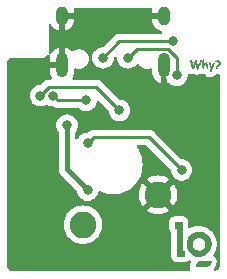
<source format=gbr>
%TF.GenerationSoftware,KiCad,Pcbnew,(5.99.0-12118-g897269f33f)*%
%TF.CreationDate,2021-09-15T19:12:52-04:00*%
%TF.ProjectId,why,7768792e-6b69-4636-9164-5f7063625858,rev?*%
%TF.SameCoordinates,Original*%
%TF.FileFunction,Copper,L1,Top*%
%TF.FilePolarity,Positive*%
%FSLAX46Y46*%
G04 Gerber Fmt 4.6, Leading zero omitted, Abs format (unit mm)*
G04 Created by KiCad (PCBNEW (5.99.0-12118-g897269f33f)) date 2021-09-15 19:12:52*
%MOMM*%
%LPD*%
G01*
G04 APERTURE LIST*
%TA.AperFunction,EtchedComponent*%
%ADD10C,0.010000*%
%TD*%
%TA.AperFunction,ComponentPad*%
%ADD11O,1.000000X1.600000*%
%TD*%
%TA.AperFunction,ComponentPad*%
%ADD12O,1.000000X2.100000*%
%TD*%
%TA.AperFunction,ComponentPad*%
%ADD13C,2.250000*%
%TD*%
%TA.AperFunction,ViaPad*%
%ADD14C,0.800000*%
%TD*%
%TA.AperFunction,Conductor*%
%ADD15C,0.381000*%
%TD*%
%TA.AperFunction,Conductor*%
%ADD16C,0.250000*%
%TD*%
G04 APERTURE END LIST*
D10*
%TO.C,G\u002A\u002A\u002A*%
X166922331Y-100679624D02*
X166932553Y-100698268D01*
X166932553Y-100698268D02*
X166923308Y-100747252D01*
X166923308Y-100747252D02*
X166891237Y-100841232D01*
X166891237Y-100841232D02*
X166832982Y-100994862D01*
X166832982Y-100994862D02*
X166808558Y-101058248D01*
X166808558Y-101058248D02*
X166729463Y-101252766D01*
X166729463Y-101252766D02*
X166669834Y-101372727D01*
X166669834Y-101372727D02*
X166625401Y-101424847D01*
X166625401Y-101424847D02*
X166591891Y-101415840D01*
X166591891Y-101415840D02*
X166586308Y-101407607D01*
X166586308Y-101407607D02*
X166568418Y-101349122D01*
X166568418Y-101349122D02*
X166545711Y-101239462D01*
X166545711Y-101239462D02*
X166536283Y-101184666D01*
X166536283Y-101184666D02*
X166504899Y-101023008D01*
X166504899Y-101023008D02*
X166473981Y-100944802D01*
X166473981Y-100944802D02*
X166439497Y-100948953D01*
X166439497Y-100948953D02*
X166397415Y-101034366D01*
X166397415Y-101034366D02*
X166362652Y-101137506D01*
X166362652Y-101137506D02*
X166314789Y-101270660D01*
X166314789Y-101270660D02*
X166269133Y-101363995D01*
X166269133Y-101363995D02*
X166238080Y-101395971D01*
X166238080Y-101395971D02*
X166207132Y-101358212D01*
X166207132Y-101358212D02*
X166167528Y-101258623D01*
X166167528Y-101258623D02*
X166127583Y-101118323D01*
X166127583Y-101118323D02*
X166125717Y-101110583D01*
X166125717Y-101110583D02*
X166086840Y-100954927D01*
X166086840Y-100954927D02*
X166051368Y-100824927D01*
X166051368Y-100824927D02*
X166027691Y-100750750D01*
X166027691Y-100750750D02*
X166021727Y-100689531D01*
X166021727Y-100689531D02*
X166041951Y-100676666D01*
X166041951Y-100676666D02*
X166067540Y-100682520D01*
X166067540Y-100682520D02*
X166089422Y-100711097D01*
X166089422Y-100711097D02*
X166114281Y-100778916D01*
X166114281Y-100778916D02*
X166148802Y-100902498D01*
X166148802Y-100902498D02*
X166176895Y-101010134D01*
X166176895Y-101010134D02*
X166211107Y-101116934D01*
X166211107Y-101116934D02*
X166244472Y-101152990D01*
X166244472Y-101152990D02*
X166282566Y-101115004D01*
X166282566Y-101115004D02*
X166330966Y-100999682D01*
X166330966Y-100999682D02*
X166365032Y-100898916D01*
X166365032Y-100898916D02*
X166414685Y-100758767D01*
X166414685Y-100758767D02*
X166454124Y-100686958D01*
X166454124Y-100686958D02*
X166487646Y-100686845D01*
X166487646Y-100686845D02*
X166519548Y-100761786D01*
X166519548Y-100761786D02*
X166554127Y-100915137D01*
X166554127Y-100915137D02*
X166581763Y-101068250D01*
X166581763Y-101068250D02*
X166607390Y-101170066D01*
X166607390Y-101170066D02*
X166636823Y-101224274D01*
X166636823Y-101224274D02*
X166643670Y-101227000D01*
X166643670Y-101227000D02*
X166673138Y-101191124D01*
X166673138Y-101191124D02*
X166718803Y-101100633D01*
X166718803Y-101100633D02*
X166770075Y-100981225D01*
X166770075Y-100981225D02*
X166816362Y-100858602D01*
X166816362Y-100858602D02*
X166847073Y-100758464D01*
X166847073Y-100758464D02*
X166853667Y-100717411D01*
X166853667Y-100717411D02*
X166885929Y-100677839D01*
X166885929Y-100677839D02*
X166896000Y-100676666D01*
X166896000Y-100676666D02*
X166922331Y-100679624D01*
X166922331Y-100679624D02*
X166922331Y-100679624D01*
G36*
X166922331Y-100679624D02*
G01*
X166932553Y-100698268D01*
X166923308Y-100747252D01*
X166891237Y-100841232D01*
X166832982Y-100994862D01*
X166808558Y-101058248D01*
X166729463Y-101252766D01*
X166669834Y-101372727D01*
X166625401Y-101424847D01*
X166591891Y-101415840D01*
X166586308Y-101407607D01*
X166568418Y-101349122D01*
X166545711Y-101239462D01*
X166536283Y-101184666D01*
X166504899Y-101023008D01*
X166473981Y-100944802D01*
X166439497Y-100948953D01*
X166397415Y-101034366D01*
X166362652Y-101137506D01*
X166314789Y-101270660D01*
X166269133Y-101363995D01*
X166238080Y-101395971D01*
X166207132Y-101358212D01*
X166167528Y-101258623D01*
X166127583Y-101118323D01*
X166125717Y-101110583D01*
X166086840Y-100954927D01*
X166051368Y-100824927D01*
X166027691Y-100750750D01*
X166021727Y-100689531D01*
X166041951Y-100676666D01*
X166067540Y-100682520D01*
X166089422Y-100711097D01*
X166114281Y-100778916D01*
X166148802Y-100902498D01*
X166176895Y-101010134D01*
X166211107Y-101116934D01*
X166244472Y-101152990D01*
X166282566Y-101115004D01*
X166330966Y-100999682D01*
X166365032Y-100898916D01*
X166414685Y-100758767D01*
X166454124Y-100686958D01*
X166487646Y-100686845D01*
X166519548Y-100761786D01*
X166554127Y-100915137D01*
X166581763Y-101068250D01*
X166607390Y-101170066D01*
X166636823Y-101224274D01*
X166643670Y-101227000D01*
X166673138Y-101191124D01*
X166718803Y-101100633D01*
X166770075Y-100981225D01*
X166816362Y-100858602D01*
X166847073Y-100758464D01*
X166853667Y-100717411D01*
X166885929Y-100677839D01*
X166896000Y-100676666D01*
X166922331Y-100679624D01*
G37*
X166922331Y-100679624D02*
X166932553Y-100698268D01*
X166923308Y-100747252D01*
X166891237Y-100841232D01*
X166832982Y-100994862D01*
X166808558Y-101058248D01*
X166729463Y-101252766D01*
X166669834Y-101372727D01*
X166625401Y-101424847D01*
X166591891Y-101415840D01*
X166586308Y-101407607D01*
X166568418Y-101349122D01*
X166545711Y-101239462D01*
X166536283Y-101184666D01*
X166504899Y-101023008D01*
X166473981Y-100944802D01*
X166439497Y-100948953D01*
X166397415Y-101034366D01*
X166362652Y-101137506D01*
X166314789Y-101270660D01*
X166269133Y-101363995D01*
X166238080Y-101395971D01*
X166207132Y-101358212D01*
X166167528Y-101258623D01*
X166127583Y-101118323D01*
X166125717Y-101110583D01*
X166086840Y-100954927D01*
X166051368Y-100824927D01*
X166027691Y-100750750D01*
X166021727Y-100689531D01*
X166041951Y-100676666D01*
X166067540Y-100682520D01*
X166089422Y-100711097D01*
X166114281Y-100778916D01*
X166148802Y-100902498D01*
X166176895Y-101010134D01*
X166211107Y-101116934D01*
X166244472Y-101152990D01*
X166282566Y-101115004D01*
X166330966Y-100999682D01*
X166365032Y-100898916D01*
X166414685Y-100758767D01*
X166454124Y-100686958D01*
X166487646Y-100686845D01*
X166519548Y-100761786D01*
X166554127Y-100915137D01*
X166581763Y-101068250D01*
X166607390Y-101170066D01*
X166636823Y-101224274D01*
X166643670Y-101227000D01*
X166673138Y-101191124D01*
X166718803Y-101100633D01*
X166770075Y-100981225D01*
X166816362Y-100858602D01*
X166847073Y-100758464D01*
X166853667Y-100717411D01*
X166885929Y-100677839D01*
X166896000Y-100676666D01*
X166922331Y-100679624D01*
X167131062Y-100671876D02*
X167145783Y-100765605D01*
X167145783Y-100765605D02*
X167146828Y-100802759D01*
X167146828Y-100802759D02*
X167150000Y-100909105D01*
X167150000Y-100909105D02*
X167169784Y-100948023D01*
X167169784Y-100948023D02*
X167221580Y-100936740D01*
X167221580Y-100936740D02*
X167253809Y-100922440D01*
X167253809Y-100922440D02*
X167343768Y-100896817D01*
X167343768Y-100896817D02*
X167404377Y-100924788D01*
X167404377Y-100924788D02*
X167444249Y-101016666D01*
X167444249Y-101016666D02*
X167471994Y-101182767D01*
X167471994Y-101182767D02*
X167472134Y-101183952D01*
X167472134Y-101183952D02*
X167483144Y-101317233D01*
X167483144Y-101317233D02*
X167474454Y-101377898D01*
X167474454Y-101377898D02*
X167449843Y-101379296D01*
X167449843Y-101379296D02*
X167420006Y-101321751D01*
X167420006Y-101321751D02*
X167402633Y-101212586D01*
X167402633Y-101212586D02*
X167400828Y-101161001D01*
X167400828Y-101161001D02*
X167390168Y-101030233D01*
X167390168Y-101030233D02*
X167356969Y-100975517D01*
X167356969Y-100975517D02*
X167343889Y-100973000D01*
X167343889Y-100973000D02*
X167256484Y-101010763D01*
X167256484Y-101010763D02*
X167185121Y-101105848D01*
X167185121Y-101105848D02*
X167148413Y-101230952D01*
X167148413Y-101230952D02*
X167146828Y-101262083D01*
X167146828Y-101262083D02*
X167135178Y-101354340D01*
X167135178Y-101354340D02*
X167106894Y-101396118D01*
X167106894Y-101396118D02*
X167104495Y-101396333D01*
X167104495Y-101396333D02*
X167084210Y-101356370D01*
X167084210Y-101356370D02*
X167069741Y-101245745D01*
X167069741Y-101245745D02*
X167062630Y-101078358D01*
X167062630Y-101078358D02*
X167062161Y-101015333D01*
X167062161Y-101015333D02*
X167066602Y-100832773D01*
X167066602Y-100832773D02*
X167078893Y-100702548D01*
X167078893Y-100702548D02*
X167097492Y-100638553D01*
X167097492Y-100638553D02*
X167104495Y-100634333D01*
X167104495Y-100634333D02*
X167131062Y-100671876D01*
X167131062Y-100671876D02*
X167131062Y-100671876D01*
G36*
X167131062Y-100671876D02*
G01*
X167145783Y-100765605D01*
X167146828Y-100802759D01*
X167150000Y-100909105D01*
X167169784Y-100948023D01*
X167221580Y-100936740D01*
X167253809Y-100922440D01*
X167343768Y-100896817D01*
X167404377Y-100924788D01*
X167444249Y-101016666D01*
X167471994Y-101182767D01*
X167472134Y-101183952D01*
X167483144Y-101317233D01*
X167474454Y-101377898D01*
X167449843Y-101379296D01*
X167420006Y-101321751D01*
X167402633Y-101212586D01*
X167400828Y-101161001D01*
X167390168Y-101030233D01*
X167356969Y-100975517D01*
X167343889Y-100973000D01*
X167256484Y-101010763D01*
X167185121Y-101105848D01*
X167148413Y-101230952D01*
X167146828Y-101262083D01*
X167135178Y-101354340D01*
X167106894Y-101396118D01*
X167104495Y-101396333D01*
X167084210Y-101356370D01*
X167069741Y-101245745D01*
X167062630Y-101078358D01*
X167062161Y-101015333D01*
X167066602Y-100832773D01*
X167078893Y-100702548D01*
X167097492Y-100638553D01*
X167104495Y-100634333D01*
X167131062Y-100671876D01*
G37*
X167131062Y-100671876D02*
X167145783Y-100765605D01*
X167146828Y-100802759D01*
X167150000Y-100909105D01*
X167169784Y-100948023D01*
X167221580Y-100936740D01*
X167253809Y-100922440D01*
X167343768Y-100896817D01*
X167404377Y-100924788D01*
X167444249Y-101016666D01*
X167471994Y-101182767D01*
X167472134Y-101183952D01*
X167483144Y-101317233D01*
X167474454Y-101377898D01*
X167449843Y-101379296D01*
X167420006Y-101321751D01*
X167402633Y-101212586D01*
X167400828Y-101161001D01*
X167390168Y-101030233D01*
X167356969Y-100975517D01*
X167343889Y-100973000D01*
X167256484Y-101010763D01*
X167185121Y-101105848D01*
X167148413Y-101230952D01*
X167146828Y-101262083D01*
X167135178Y-101354340D01*
X167106894Y-101396118D01*
X167104495Y-101396333D01*
X167084210Y-101356370D01*
X167069741Y-101245745D01*
X167062630Y-101078358D01*
X167062161Y-101015333D01*
X167066602Y-100832773D01*
X167078893Y-100702548D01*
X167097492Y-100638553D01*
X167104495Y-100634333D01*
X167131062Y-100671876D01*
X167636289Y-100897458D02*
X167642797Y-100909500D01*
X167642797Y-100909500D02*
X167673476Y-100970642D01*
X167673476Y-100970642D02*
X167730126Y-101069323D01*
X167730126Y-101069323D02*
X167746478Y-101096431D01*
X167746478Y-101096431D02*
X167834620Y-101241029D01*
X167834620Y-101241029D02*
X167916396Y-101058377D01*
X167916396Y-101058377D02*
X167969071Y-100957577D01*
X167969071Y-100957577D02*
X168011850Y-100904949D01*
X168011850Y-100904949D02*
X168026054Y-100903609D01*
X168026054Y-100903609D02*
X168023154Y-100952503D01*
X168023154Y-100952503D02*
X167991246Y-101058644D01*
X167991246Y-101058644D02*
X167936612Y-101202318D01*
X167936612Y-101202318D02*
X167912708Y-101259163D01*
X167912708Y-101259163D02*
X167819343Y-101467655D01*
X167819343Y-101467655D02*
X167753103Y-101596791D01*
X167753103Y-101596791D02*
X167713572Y-101647276D01*
X167713572Y-101647276D02*
X167700334Y-101619813D01*
X167700334Y-101619813D02*
X167700333Y-101619222D01*
X167700333Y-101619222D02*
X167714464Y-101546203D01*
X167714464Y-101546203D02*
X167742374Y-101460603D01*
X167742374Y-101460603D02*
X167759708Y-101377226D01*
X167759708Y-101377226D02*
X167741554Y-101282548D01*
X167741554Y-101282548D02*
X167682112Y-101148210D01*
X167682112Y-101148210D02*
X167676027Y-101136138D01*
X167676027Y-101136138D02*
X167621968Y-101015512D01*
X167621968Y-101015512D02*
X167595041Y-100926341D01*
X167595041Y-100926341D02*
X167597449Y-100894707D01*
X167597449Y-100894707D02*
X167636289Y-100897458D01*
X167636289Y-100897458D02*
X167636289Y-100897458D01*
G36*
X167636289Y-100897458D02*
G01*
X167642797Y-100909500D01*
X167673476Y-100970642D01*
X167730126Y-101069323D01*
X167746478Y-101096431D01*
X167834620Y-101241029D01*
X167916396Y-101058377D01*
X167969071Y-100957577D01*
X168011850Y-100904949D01*
X168026054Y-100903609D01*
X168023154Y-100952503D01*
X167991246Y-101058644D01*
X167936612Y-101202318D01*
X167912708Y-101259163D01*
X167819343Y-101467655D01*
X167753103Y-101596791D01*
X167713572Y-101647276D01*
X167700334Y-101619813D01*
X167700333Y-101619222D01*
X167714464Y-101546203D01*
X167742374Y-101460603D01*
X167759708Y-101377226D01*
X167741554Y-101282548D01*
X167682112Y-101148210D01*
X167676027Y-101136138D01*
X167621968Y-101015512D01*
X167595041Y-100926341D01*
X167597449Y-100894707D01*
X167636289Y-100897458D01*
G37*
X167636289Y-100897458D02*
X167642797Y-100909500D01*
X167673476Y-100970642D01*
X167730126Y-101069323D01*
X167746478Y-101096431D01*
X167834620Y-101241029D01*
X167916396Y-101058377D01*
X167969071Y-100957577D01*
X168011850Y-100904949D01*
X168026054Y-100903609D01*
X168023154Y-100952503D01*
X167991246Y-101058644D01*
X167936612Y-101202318D01*
X167912708Y-101259163D01*
X167819343Y-101467655D01*
X167753103Y-101596791D01*
X167713572Y-101647276D01*
X167700334Y-101619813D01*
X167700333Y-101619222D01*
X167714464Y-101546203D01*
X167742374Y-101460603D01*
X167759708Y-101377226D01*
X167741554Y-101282548D01*
X167682112Y-101148210D01*
X167676027Y-101136138D01*
X167621968Y-101015512D01*
X167595041Y-100926341D01*
X167597449Y-100894707D01*
X167636289Y-100897458D01*
X168422630Y-100707284D02*
X168476939Y-100754083D01*
X168476939Y-100754083D02*
X168540572Y-100875123D01*
X168540572Y-100875123D02*
X168521372Y-100998141D01*
X168521372Y-100998141D02*
X168451750Y-101086322D01*
X168451750Y-101086322D02*
X168335165Y-101181003D01*
X168335165Y-101181003D02*
X168267791Y-101211360D01*
X168267791Y-101211360D02*
X168250667Y-101188140D01*
X168250667Y-101188140D02*
X168282651Y-101135400D01*
X168282651Y-101135400D02*
X168352945Y-101077269D01*
X168352945Y-101077269D02*
X168456925Y-100983930D01*
X168456925Y-100983930D02*
X168477078Y-100893971D01*
X168477078Y-100893971D02*
X168432438Y-100822152D01*
X168432438Y-100822152D02*
X168331348Y-100772997D01*
X168331348Y-100772997D02*
X168233154Y-100777846D01*
X168233154Y-100777846D02*
X168148089Y-100791143D01*
X168148089Y-100791143D02*
X168136579Y-100779605D01*
X168136579Y-100779605D02*
X168184674Y-100739419D01*
X168184674Y-100739419D02*
X168309575Y-100681435D01*
X168309575Y-100681435D02*
X168422630Y-100707284D01*
X168422630Y-100707284D02*
X168422630Y-100707284D01*
G36*
X168422630Y-100707284D02*
G01*
X168476939Y-100754083D01*
X168540572Y-100875123D01*
X168521372Y-100998141D01*
X168451750Y-101086322D01*
X168335165Y-101181003D01*
X168267791Y-101211360D01*
X168250667Y-101188140D01*
X168282651Y-101135400D01*
X168352945Y-101077269D01*
X168456925Y-100983930D01*
X168477078Y-100893971D01*
X168432438Y-100822152D01*
X168331348Y-100772997D01*
X168233154Y-100777846D01*
X168148089Y-100791143D01*
X168136579Y-100779605D01*
X168184674Y-100739419D01*
X168309575Y-100681435D01*
X168422630Y-100707284D01*
G37*
X168422630Y-100707284D02*
X168476939Y-100754083D01*
X168540572Y-100875123D01*
X168521372Y-100998141D01*
X168451750Y-101086322D01*
X168335165Y-101181003D01*
X168267791Y-101211360D01*
X168250667Y-101188140D01*
X168282651Y-101135400D01*
X168352945Y-101077269D01*
X168456925Y-100983930D01*
X168477078Y-100893971D01*
X168432438Y-100822152D01*
X168331348Y-100772997D01*
X168233154Y-100777846D01*
X168148089Y-100791143D01*
X168136579Y-100779605D01*
X168184674Y-100739419D01*
X168309575Y-100681435D01*
X168422630Y-100707284D01*
X168291770Y-101343881D02*
X168293000Y-101354000D01*
X168293000Y-101354000D02*
X168260785Y-101395103D01*
X168260785Y-101395103D02*
X168250667Y-101396333D01*
X168250667Y-101396333D02*
X168209563Y-101364118D01*
X168209563Y-101364118D02*
X168208333Y-101354000D01*
X168208333Y-101354000D02*
X168240548Y-101312896D01*
X168240548Y-101312896D02*
X168250667Y-101311666D01*
X168250667Y-101311666D02*
X168291770Y-101343881D01*
X168291770Y-101343881D02*
X168291770Y-101343881D01*
G36*
X168291770Y-101343881D02*
G01*
X168293000Y-101354000D01*
X168260785Y-101395103D01*
X168250667Y-101396333D01*
X168209563Y-101364118D01*
X168208333Y-101354000D01*
X168240548Y-101312896D01*
X168250667Y-101311666D01*
X168291770Y-101343881D01*
G37*
X168291770Y-101343881D02*
X168293000Y-101354000D01*
X168260785Y-101395103D01*
X168250667Y-101396333D01*
X168209563Y-101364118D01*
X168208333Y-101354000D01*
X168240548Y-101312896D01*
X168250667Y-101311666D01*
X168291770Y-101343881D01*
X166800097Y-115245042D02*
X166868123Y-115249729D01*
X166868123Y-115249729D02*
X166928540Y-115257827D01*
X166928540Y-115257827D02*
X166946371Y-115261313D01*
X166946371Y-115261313D02*
X167063122Y-115292966D01*
X167063122Y-115292966D02*
X167171645Y-115336198D01*
X167171645Y-115336198D02*
X167273058Y-115391619D01*
X167273058Y-115391619D02*
X167368480Y-115459839D01*
X167368480Y-115459839D02*
X167458751Y-115541192D01*
X167458751Y-115541192D02*
X167540226Y-115631820D01*
X167540226Y-115631820D02*
X167608417Y-115727761D01*
X167608417Y-115727761D02*
X167663823Y-115829955D01*
X167663823Y-115829955D02*
X167706941Y-115939342D01*
X167706941Y-115939342D02*
X167738270Y-116056862D01*
X167738270Y-116056862D02*
X167741941Y-116075029D01*
X167741941Y-116075029D02*
X167750078Y-116132434D01*
X167750078Y-116132434D02*
X167754627Y-116199044D01*
X167754627Y-116199044D02*
X167755626Y-116270103D01*
X167755626Y-116270103D02*
X167753115Y-116340850D01*
X167753115Y-116340850D02*
X167747131Y-116406529D01*
X167747131Y-116406529D02*
X167738805Y-116457396D01*
X167738805Y-116457396D02*
X167706289Y-116576816D01*
X167706289Y-116576816D02*
X167661098Y-116689732D01*
X167661098Y-116689732D02*
X167603796Y-116795396D01*
X167603796Y-116795396D02*
X167534948Y-116893059D01*
X167534948Y-116893059D02*
X167455116Y-116981974D01*
X167455116Y-116981974D02*
X167364864Y-117061392D01*
X167364864Y-117061392D02*
X167264756Y-117130565D01*
X167264756Y-117130565D02*
X167207014Y-117163282D01*
X167207014Y-117163282D02*
X167136804Y-117196060D01*
X167136804Y-117196060D02*
X167059215Y-117225153D01*
X167059215Y-117225153D02*
X166980679Y-117248356D01*
X166980679Y-117248356D02*
X166921286Y-117261232D01*
X166921286Y-117261232D02*
X166870545Y-117268241D01*
X166870545Y-117268241D02*
X166812723Y-117273199D01*
X166812723Y-117273199D02*
X166752645Y-117275926D01*
X166752645Y-117275926D02*
X166695133Y-117276241D01*
X166695133Y-117276241D02*
X166645010Y-117273964D01*
X166645010Y-117273964D02*
X166627372Y-117272198D01*
X166627372Y-117272198D02*
X166505844Y-117250336D01*
X166505844Y-117250336D02*
X166390309Y-117215611D01*
X166390309Y-117215611D02*
X166281464Y-117168677D01*
X166281464Y-117168677D02*
X166180010Y-117110188D01*
X166180010Y-117110188D02*
X166086646Y-117040796D01*
X166086646Y-117040796D02*
X166002072Y-116961156D01*
X166002072Y-116961156D02*
X165926988Y-116871919D01*
X165926988Y-116871919D02*
X165862093Y-116773739D01*
X165862093Y-116773739D02*
X165808087Y-116667269D01*
X165808087Y-116667269D02*
X165765670Y-116553163D01*
X165765670Y-116553163D02*
X165737332Y-116441251D01*
X165737332Y-116441251D02*
X165729490Y-116387110D01*
X165729490Y-116387110D02*
X165725026Y-116323467D01*
X165725026Y-116323467D02*
X165723897Y-116254929D01*
X165723897Y-116254929D02*
X165723963Y-116252829D01*
X165723963Y-116252829D02*
X166160438Y-116252829D01*
X166160438Y-116252829D02*
X166166380Y-116347367D01*
X166166380Y-116347367D02*
X166185533Y-116436056D01*
X166185533Y-116436056D02*
X166217791Y-116518647D01*
X166217791Y-116518647D02*
X166263051Y-116594893D01*
X166263051Y-116594893D02*
X166321205Y-116664544D01*
X166321205Y-116664544D02*
X166344384Y-116687130D01*
X166344384Y-116687130D02*
X166414591Y-116742459D01*
X166414591Y-116742459D02*
X166492031Y-116785850D01*
X166492031Y-116785850D02*
X166575105Y-116816882D01*
X166575105Y-116816882D02*
X166662214Y-116835137D01*
X166662214Y-116835137D02*
X166751760Y-116840193D01*
X166751760Y-116840193D02*
X166842144Y-116831632D01*
X166842144Y-116831632D02*
X166872037Y-116825712D01*
X166872037Y-116825712D02*
X166956950Y-116799403D01*
X166956950Y-116799403D02*
X167035847Y-116760495D01*
X167035847Y-116760495D02*
X167107606Y-116710054D01*
X167107606Y-116710054D02*
X167171106Y-116649146D01*
X167171106Y-116649146D02*
X167225226Y-116578836D01*
X167225226Y-116578836D02*
X167268845Y-116500190D01*
X167268845Y-116500190D02*
X167299230Y-116419743D01*
X167299230Y-116419743D02*
X167307854Y-116388813D01*
X167307854Y-116388813D02*
X167313579Y-116361502D01*
X167313579Y-116361502D02*
X167316984Y-116333156D01*
X167316984Y-116333156D02*
X167318651Y-116299123D01*
X167318651Y-116299123D02*
X167319142Y-116260086D01*
X167319142Y-116260086D02*
X167315378Y-116177913D01*
X167315378Y-116177913D02*
X167302780Y-116104558D01*
X167302780Y-116104558D02*
X167280378Y-116036642D01*
X167280378Y-116036642D02*
X167247206Y-115970785D01*
X167247206Y-115970785D02*
X167227076Y-115938768D01*
X167227076Y-115938768D02*
X167171531Y-115867467D01*
X167171531Y-115867467D02*
X167108521Y-115807659D01*
X167108521Y-115807659D02*
X167039342Y-115759264D01*
X167039342Y-115759264D02*
X166965292Y-115722203D01*
X166965292Y-115722203D02*
X166887666Y-115696398D01*
X166887666Y-115696398D02*
X166807761Y-115681769D01*
X166807761Y-115681769D02*
X166726874Y-115678238D01*
X166726874Y-115678238D02*
X166646302Y-115685724D01*
X166646302Y-115685724D02*
X166567340Y-115704150D01*
X166567340Y-115704150D02*
X166491286Y-115733437D01*
X166491286Y-115733437D02*
X166419437Y-115773505D01*
X166419437Y-115773505D02*
X166353088Y-115824275D01*
X166353088Y-115824275D02*
X166293537Y-115885668D01*
X166293537Y-115885668D02*
X166242079Y-115957606D01*
X166242079Y-115957606D02*
X166218408Y-116000226D01*
X166218408Y-116000226D02*
X166186944Y-116076692D01*
X166186944Y-116076692D02*
X166167811Y-116157835D01*
X166167811Y-116157835D02*
X166160522Y-116245779D01*
X166160522Y-116245779D02*
X166160438Y-116252829D01*
X166160438Y-116252829D02*
X165723963Y-116252829D01*
X165723963Y-116252829D02*
X165726063Y-116186101D01*
X165726063Y-116186101D02*
X165731479Y-116121587D01*
X165731479Y-116121587D02*
X165740106Y-116065992D01*
X165740106Y-116065992D02*
X165740781Y-116062776D01*
X165740781Y-116062776D02*
X165773684Y-115942128D01*
X165773684Y-115942128D02*
X165818862Y-115828766D01*
X165818862Y-115828766D02*
X165875701Y-115723310D01*
X165875701Y-115723310D02*
X165943585Y-115626378D01*
X165943585Y-115626378D02*
X166021896Y-115538591D01*
X166021896Y-115538591D02*
X166110019Y-115460568D01*
X166110019Y-115460568D02*
X166207337Y-115392928D01*
X166207337Y-115392928D02*
X166313234Y-115336290D01*
X166313234Y-115336290D02*
X166427095Y-115291276D01*
X166427095Y-115291276D02*
X166538735Y-115260574D01*
X166538735Y-115260574D02*
X166593782Y-115251534D01*
X166593782Y-115251534D02*
X166658585Y-115245937D01*
X166658585Y-115245937D02*
X166728804Y-115243775D01*
X166728804Y-115243775D02*
X166800097Y-115245042D01*
X166800097Y-115245042D02*
X166800097Y-115245042D01*
G36*
X165731479Y-116121587D02*
G01*
X165740106Y-116065992D01*
X165740781Y-116062776D01*
X165773684Y-115942128D01*
X165818862Y-115828766D01*
X165875701Y-115723310D01*
X165943585Y-115626378D01*
X166021896Y-115538591D01*
X166110019Y-115460568D01*
X166207337Y-115392928D01*
X166313234Y-115336290D01*
X166427095Y-115291276D01*
X166538735Y-115260574D01*
X166593782Y-115251534D01*
X166658585Y-115245937D01*
X166728804Y-115243775D01*
X166800097Y-115245042D01*
X166868123Y-115249729D01*
X166928540Y-115257827D01*
X166946371Y-115261313D01*
X167063122Y-115292966D01*
X167171645Y-115336198D01*
X167273058Y-115391619D01*
X167368480Y-115459839D01*
X167458751Y-115541192D01*
X167540226Y-115631820D01*
X167608417Y-115727761D01*
X167663823Y-115829955D01*
X167706941Y-115939342D01*
X167738270Y-116056862D01*
X167741941Y-116075029D01*
X167750078Y-116132434D01*
X167754627Y-116199044D01*
X167755626Y-116270103D01*
X167753115Y-116340850D01*
X167747131Y-116406529D01*
X167738805Y-116457396D01*
X167706289Y-116576816D01*
X167661098Y-116689732D01*
X167603796Y-116795396D01*
X167534948Y-116893059D01*
X167455116Y-116981974D01*
X167364864Y-117061392D01*
X167264756Y-117130565D01*
X167207014Y-117163282D01*
X167136804Y-117196060D01*
X167059215Y-117225153D01*
X166980679Y-117248356D01*
X166921286Y-117261232D01*
X166870545Y-117268241D01*
X166812723Y-117273199D01*
X166752645Y-117275926D01*
X166695133Y-117276241D01*
X166645010Y-117273964D01*
X166627372Y-117272198D01*
X166505844Y-117250336D01*
X166390309Y-117215611D01*
X166281464Y-117168677D01*
X166180010Y-117110188D01*
X166086646Y-117040796D01*
X166002072Y-116961156D01*
X165926988Y-116871919D01*
X165862093Y-116773739D01*
X165808087Y-116667269D01*
X165765670Y-116553163D01*
X165737332Y-116441251D01*
X165729490Y-116387110D01*
X165725026Y-116323467D01*
X165723897Y-116254929D01*
X165723963Y-116252829D01*
X166160438Y-116252829D01*
X166166380Y-116347367D01*
X166185533Y-116436056D01*
X166217791Y-116518647D01*
X166263051Y-116594893D01*
X166321205Y-116664544D01*
X166344384Y-116687130D01*
X166414591Y-116742459D01*
X166492031Y-116785850D01*
X166575105Y-116816882D01*
X166662214Y-116835137D01*
X166751760Y-116840193D01*
X166842144Y-116831632D01*
X166872037Y-116825712D01*
X166956950Y-116799403D01*
X167035847Y-116760495D01*
X167107606Y-116710054D01*
X167171106Y-116649146D01*
X167225226Y-116578836D01*
X167268845Y-116500190D01*
X167299230Y-116419743D01*
X167307854Y-116388813D01*
X167313579Y-116361502D01*
X167316984Y-116333156D01*
X167318651Y-116299123D01*
X167319142Y-116260086D01*
X167315378Y-116177913D01*
X167302780Y-116104558D01*
X167280378Y-116036642D01*
X167247206Y-115970785D01*
X167227076Y-115938768D01*
X167171531Y-115867467D01*
X167108521Y-115807659D01*
X167039342Y-115759264D01*
X166965292Y-115722203D01*
X166887666Y-115696398D01*
X166807761Y-115681769D01*
X166726874Y-115678238D01*
X166646302Y-115685724D01*
X166567340Y-115704150D01*
X166491286Y-115733437D01*
X166419437Y-115773505D01*
X166353088Y-115824275D01*
X166293537Y-115885668D01*
X166242079Y-115957606D01*
X166218408Y-116000226D01*
X166186944Y-116076692D01*
X166167811Y-116157835D01*
X166160522Y-116245779D01*
X166160438Y-116252829D01*
X165723963Y-116252829D01*
X165726063Y-116186101D01*
X165731479Y-116121587D01*
G37*
X165731479Y-116121587D02*
X165740106Y-116065992D01*
X165740781Y-116062776D01*
X165773684Y-115942128D01*
X165818862Y-115828766D01*
X165875701Y-115723310D01*
X165943585Y-115626378D01*
X166021896Y-115538591D01*
X166110019Y-115460568D01*
X166207337Y-115392928D01*
X166313234Y-115336290D01*
X166427095Y-115291276D01*
X166538735Y-115260574D01*
X166593782Y-115251534D01*
X166658585Y-115245937D01*
X166728804Y-115243775D01*
X166800097Y-115245042D01*
X166868123Y-115249729D01*
X166928540Y-115257827D01*
X166946371Y-115261313D01*
X167063122Y-115292966D01*
X167171645Y-115336198D01*
X167273058Y-115391619D01*
X167368480Y-115459839D01*
X167458751Y-115541192D01*
X167540226Y-115631820D01*
X167608417Y-115727761D01*
X167663823Y-115829955D01*
X167706941Y-115939342D01*
X167738270Y-116056862D01*
X167741941Y-116075029D01*
X167750078Y-116132434D01*
X167754627Y-116199044D01*
X167755626Y-116270103D01*
X167753115Y-116340850D01*
X167747131Y-116406529D01*
X167738805Y-116457396D01*
X167706289Y-116576816D01*
X167661098Y-116689732D01*
X167603796Y-116795396D01*
X167534948Y-116893059D01*
X167455116Y-116981974D01*
X167364864Y-117061392D01*
X167264756Y-117130565D01*
X167207014Y-117163282D01*
X167136804Y-117196060D01*
X167059215Y-117225153D01*
X166980679Y-117248356D01*
X166921286Y-117261232D01*
X166870545Y-117268241D01*
X166812723Y-117273199D01*
X166752645Y-117275926D01*
X166695133Y-117276241D01*
X166645010Y-117273964D01*
X166627372Y-117272198D01*
X166505844Y-117250336D01*
X166390309Y-117215611D01*
X166281464Y-117168677D01*
X166180010Y-117110188D01*
X166086646Y-117040796D01*
X166002072Y-116961156D01*
X165926988Y-116871919D01*
X165862093Y-116773739D01*
X165808087Y-116667269D01*
X165765670Y-116553163D01*
X165737332Y-116441251D01*
X165729490Y-116387110D01*
X165725026Y-116323467D01*
X165723897Y-116254929D01*
X165723963Y-116252829D01*
X166160438Y-116252829D01*
X166166380Y-116347367D01*
X166185533Y-116436056D01*
X166217791Y-116518647D01*
X166263051Y-116594893D01*
X166321205Y-116664544D01*
X166344384Y-116687130D01*
X166414591Y-116742459D01*
X166492031Y-116785850D01*
X166575105Y-116816882D01*
X166662214Y-116835137D01*
X166751760Y-116840193D01*
X166842144Y-116831632D01*
X166872037Y-116825712D01*
X166956950Y-116799403D01*
X167035847Y-116760495D01*
X167107606Y-116710054D01*
X167171106Y-116649146D01*
X167225226Y-116578836D01*
X167268845Y-116500190D01*
X167299230Y-116419743D01*
X167307854Y-116388813D01*
X167313579Y-116361502D01*
X167316984Y-116333156D01*
X167318651Y-116299123D01*
X167319142Y-116260086D01*
X167315378Y-116177913D01*
X167302780Y-116104558D01*
X167280378Y-116036642D01*
X167247206Y-115970785D01*
X167227076Y-115938768D01*
X167171531Y-115867467D01*
X167108521Y-115807659D01*
X167039342Y-115759264D01*
X166965292Y-115722203D01*
X166887666Y-115696398D01*
X166807761Y-115681769D01*
X166726874Y-115678238D01*
X166646302Y-115685724D01*
X166567340Y-115704150D01*
X166491286Y-115733437D01*
X166419437Y-115773505D01*
X166353088Y-115824275D01*
X166293537Y-115885668D01*
X166242079Y-115957606D01*
X166218408Y-116000226D01*
X166186944Y-116076692D01*
X166167811Y-116157835D01*
X166160522Y-116245779D01*
X166160438Y-116252829D01*
X165723963Y-116252829D01*
X165726063Y-116186101D01*
X165731479Y-116121587D01*
X165357372Y-116844286D02*
X165538800Y-116844286D01*
X165538800Y-116844286D02*
X165538800Y-117279714D01*
X165538800Y-117279714D02*
X164921986Y-117279714D01*
X164921986Y-117279714D02*
X164920150Y-116080472D01*
X164920150Y-116080472D02*
X164918314Y-114881229D01*
X164918314Y-114881229D02*
X164740514Y-114877153D01*
X164740514Y-114877153D02*
X164740514Y-114442172D01*
X164740514Y-114442172D02*
X165357372Y-114442172D01*
X165357372Y-114442172D02*
X165357372Y-116844286D01*
X165357372Y-116844286D02*
X165357372Y-116844286D01*
G36*
X165357372Y-116844286D02*
G01*
X165538800Y-116844286D01*
X165538800Y-117279714D01*
X164921986Y-117279714D01*
X164920150Y-116080472D01*
X164918314Y-114881229D01*
X164740514Y-114877153D01*
X164740514Y-114442172D01*
X165357372Y-114442172D01*
X165357372Y-116844286D01*
G37*
X165357372Y-116844286D02*
X165538800Y-116844286D01*
X165538800Y-117279714D01*
X164921986Y-117279714D01*
X164920150Y-116080472D01*
X164918314Y-114881229D01*
X164740514Y-114877153D01*
X164740514Y-114442172D01*
X165357372Y-114442172D01*
X165357372Y-116844286D01*
X167756052Y-117760500D02*
X167738996Y-117841379D01*
X167738996Y-117841379D02*
X167709448Y-117915359D01*
X167709448Y-117915359D02*
X167668105Y-117981601D01*
X167668105Y-117981601D02*
X167615664Y-118039268D01*
X167615664Y-118039268D02*
X167552821Y-118087520D01*
X167552821Y-118087520D02*
X167480275Y-118125521D01*
X167480275Y-118125521D02*
X167440172Y-118140549D01*
X167440172Y-118140549D02*
X167430863Y-118143302D01*
X167430863Y-118143302D02*
X167420141Y-118145661D01*
X167420141Y-118145661D02*
X167406829Y-118147665D01*
X167406829Y-118147665D02*
X167389749Y-118149352D01*
X167389749Y-118149352D02*
X167367727Y-118150760D01*
X167367727Y-118150760D02*
X167339586Y-118151929D01*
X167339586Y-118151929D02*
X167304149Y-118152896D01*
X167304149Y-118152896D02*
X167260240Y-118153701D01*
X167260240Y-118153701D02*
X167206682Y-118154380D01*
X167206682Y-118154380D02*
X167142301Y-118154973D01*
X167142301Y-118154973D02*
X167065919Y-118155518D01*
X167065919Y-118155518D02*
X166976359Y-118156054D01*
X166976359Y-118156054D02*
X166963014Y-118156129D01*
X166963014Y-118156129D02*
X166525772Y-118158561D01*
X166525772Y-118158561D02*
X166525772Y-118124771D01*
X166525772Y-118124771D02*
X166532531Y-118063926D01*
X166532531Y-118063926D02*
X166551721Y-118001970D01*
X166551721Y-118001970D02*
X166581710Y-117941387D01*
X166581710Y-117941387D02*
X166620867Y-117884659D01*
X166620867Y-117884659D02*
X166667561Y-117834270D01*
X166667561Y-117834270D02*
X166720159Y-117792704D01*
X166720159Y-117792704D02*
X166758336Y-117770808D01*
X166758336Y-117770808D02*
X166778192Y-117761152D01*
X166778192Y-117761152D02*
X166796089Y-117752874D01*
X166796089Y-117752874D02*
X166813279Y-117745868D01*
X166813279Y-117745868D02*
X166831013Y-117740027D01*
X166831013Y-117740027D02*
X166850543Y-117735246D01*
X166850543Y-117735246D02*
X166873120Y-117731418D01*
X166873120Y-117731418D02*
X166899996Y-117728437D01*
X166899996Y-117728437D02*
X166932422Y-117726198D01*
X166932422Y-117726198D02*
X166971650Y-117724595D01*
X166971650Y-117724595D02*
X167018931Y-117723521D01*
X167018931Y-117723521D02*
X167075517Y-117722870D01*
X167075517Y-117722870D02*
X167142660Y-117722537D01*
X167142660Y-117722537D02*
X167221610Y-117722416D01*
X167221610Y-117722416D02*
X167313620Y-117722400D01*
X167313620Y-117722400D02*
X167760848Y-117722400D01*
X167760848Y-117722400D02*
X167756052Y-117760500D01*
X167756052Y-117760500D02*
X167756052Y-117760500D01*
G36*
X167756052Y-117760500D02*
G01*
X167738996Y-117841379D01*
X167709448Y-117915359D01*
X167668105Y-117981601D01*
X167615664Y-118039268D01*
X167552821Y-118087520D01*
X167480275Y-118125521D01*
X167440172Y-118140549D01*
X167430863Y-118143302D01*
X167420141Y-118145661D01*
X167406829Y-118147665D01*
X167389749Y-118149352D01*
X167367727Y-118150760D01*
X167339586Y-118151929D01*
X167304149Y-118152896D01*
X167260240Y-118153701D01*
X167206682Y-118154380D01*
X167142301Y-118154973D01*
X167065919Y-118155518D01*
X166976359Y-118156054D01*
X166963014Y-118156129D01*
X166525772Y-118158561D01*
X166525772Y-118124771D01*
X166532531Y-118063926D01*
X166551721Y-118001970D01*
X166581710Y-117941387D01*
X166620867Y-117884659D01*
X166667561Y-117834270D01*
X166720159Y-117792704D01*
X166758336Y-117770808D01*
X166778192Y-117761152D01*
X166796089Y-117752874D01*
X166813279Y-117745868D01*
X166831013Y-117740027D01*
X166850543Y-117735246D01*
X166873120Y-117731418D01*
X166899996Y-117728437D01*
X166932422Y-117726198D01*
X166971650Y-117724595D01*
X167018931Y-117723521D01*
X167075517Y-117722870D01*
X167142660Y-117722537D01*
X167221610Y-117722416D01*
X167313620Y-117722400D01*
X167760848Y-117722400D01*
X167756052Y-117760500D01*
G37*
X167756052Y-117760500D02*
X167738996Y-117841379D01*
X167709448Y-117915359D01*
X167668105Y-117981601D01*
X167615664Y-118039268D01*
X167552821Y-118087520D01*
X167480275Y-118125521D01*
X167440172Y-118140549D01*
X167430863Y-118143302D01*
X167420141Y-118145661D01*
X167406829Y-118147665D01*
X167389749Y-118149352D01*
X167367727Y-118150760D01*
X167339586Y-118151929D01*
X167304149Y-118152896D01*
X167260240Y-118153701D01*
X167206682Y-118154380D01*
X167142301Y-118154973D01*
X167065919Y-118155518D01*
X166976359Y-118156054D01*
X166963014Y-118156129D01*
X166525772Y-118158561D01*
X166525772Y-118124771D01*
X166532531Y-118063926D01*
X166551721Y-118001970D01*
X166581710Y-117941387D01*
X166620867Y-117884659D01*
X166667561Y-117834270D01*
X166720159Y-117792704D01*
X166758336Y-117770808D01*
X166778192Y-117761152D01*
X166796089Y-117752874D01*
X166813279Y-117745868D01*
X166831013Y-117740027D01*
X166850543Y-117735246D01*
X166873120Y-117731418D01*
X166899996Y-117728437D01*
X166932422Y-117726198D01*
X166971650Y-117724595D01*
X167018931Y-117723521D01*
X167075517Y-117722870D01*
X167142660Y-117722537D01*
X167221610Y-117722416D01*
X167313620Y-117722400D01*
X167760848Y-117722400D01*
X167756052Y-117760500D01*
%TD*%
D11*
%TO.P,USB1,13*%
%TO.N,GND*%
X163820000Y-96950000D03*
X155180000Y-96950000D03*
D12*
X163820000Y-101130000D03*
X155180000Y-101130000D03*
%TD*%
D13*
%TO.P,MX1,1*%
%TO.N,GND*%
X163310000Y-112090000D03*
%TO.P,MX1,2*%
%TO.N,Net-(MX1-Pad2)*%
X156960000Y-114630000D03*
%TD*%
D14*
%TO.N,GND*%
X162881001Y-103700807D03*
X165350000Y-107750000D03*
X154500000Y-115355001D03*
X167800000Y-111650000D03*
X157300000Y-105700000D03*
%TO.N,+5V*%
X155600000Y-106200000D03*
X157350000Y-111700000D03*
%TO.N,D+*%
X160040312Y-104959107D03*
X153350000Y-103700000D03*
%TO.N,D-*%
X157200000Y-104100000D03*
X154400000Y-103700000D03*
%TO.N,Net-(R4-Pad2)*%
X158650000Y-100500000D03*
X164545000Y-99111603D03*
%TO.N,Net-(R5-Pad2)*%
X160750000Y-100500000D03*
X164900000Y-102000000D03*
%TO.N,Net-(U1-Pad2)*%
X157350000Y-107750000D03*
X165300000Y-110000000D03*
%TD*%
D15*
%TO.N,+5V*%
X155600000Y-109950000D02*
X157350000Y-111700000D01*
X155600000Y-106200000D02*
X155600000Y-109950000D01*
D16*
%TO.N,D+*%
X154075001Y-102974999D02*
X153350000Y-103700000D01*
X158056204Y-102974999D02*
X154075001Y-102974999D01*
X160040312Y-104959107D02*
X158056204Y-102974999D01*
%TO.N,D-*%
X154800000Y-104100000D02*
X154400000Y-103700000D01*
X157200000Y-104100000D02*
X154800000Y-104100000D01*
%TO.N,Net-(R4-Pad2)*%
X160038397Y-99111603D02*
X164545000Y-99111603D01*
X158650000Y-100500000D02*
X160038397Y-99111603D01*
%TO.N,Net-(R5-Pad2)*%
X164900000Y-100493260D02*
X164900000Y-102000000D01*
X164161730Y-99754990D02*
X164900000Y-100493260D01*
X161495010Y-99754990D02*
X164161730Y-99754990D01*
X160750000Y-100500000D02*
X161495010Y-99754990D01*
%TO.N,Net-(U1-Pad2)*%
X157868901Y-107231099D02*
X157350000Y-107750000D01*
X162531099Y-107231099D02*
X157868901Y-107231099D01*
X165300000Y-110000000D02*
X162531099Y-107231099D01*
%TD*%
%TA.AperFunction,Conductor*%
%TO.N,GND*%
G36*
X162772453Y-96318002D02*
G01*
X162818946Y-96371658D01*
X162828678Y-96439346D01*
X162829257Y-96439411D01*
X162829007Y-96441636D01*
X162829050Y-96441932D01*
X162828845Y-96443084D01*
X162812393Y-96589761D01*
X162812000Y-96596785D01*
X162812000Y-96677885D01*
X162816475Y-96693124D01*
X162817865Y-96694329D01*
X162825548Y-96696000D01*
X163948000Y-96696000D01*
X164016121Y-96716002D01*
X164062614Y-96769658D01*
X164074000Y-96822000D01*
X164074000Y-97078000D01*
X164053998Y-97146121D01*
X164000342Y-97192614D01*
X163948000Y-97204000D01*
X162830115Y-97204000D01*
X162814876Y-97208475D01*
X162813671Y-97209865D01*
X162812000Y-97217548D01*
X162812000Y-97296657D01*
X162812301Y-97302805D01*
X162825812Y-97440603D01*
X162828195Y-97452638D01*
X162881767Y-97630076D01*
X162886441Y-97641416D01*
X162973460Y-97805077D01*
X162980249Y-97815294D01*
X163097397Y-97958933D01*
X163106041Y-97967637D01*
X163248856Y-98085784D01*
X163259027Y-98092644D01*
X163422076Y-98180804D01*
X163433381Y-98185556D01*
X163582571Y-98231738D01*
X163641731Y-98270989D01*
X163670278Y-98335993D01*
X163659150Y-98406112D01*
X163611878Y-98459084D01*
X163545312Y-98478103D01*
X160117164Y-98478103D01*
X160105981Y-98477576D01*
X160098488Y-98475901D01*
X160090562Y-98476150D01*
X160090561Y-98476150D01*
X160030398Y-98478041D01*
X160026440Y-98478103D01*
X159998541Y-98478103D01*
X159994551Y-98478607D01*
X159982717Y-98479539D01*
X159938508Y-98480929D01*
X159930894Y-98483141D01*
X159930889Y-98483142D01*
X159919056Y-98486580D01*
X159899693Y-98490591D01*
X159879600Y-98493129D01*
X159872233Y-98496046D01*
X159872228Y-98496047D01*
X159838489Y-98509405D01*
X159827262Y-98513249D01*
X159784804Y-98525585D01*
X159777978Y-98529622D01*
X159767369Y-98535896D01*
X159749621Y-98544591D01*
X159730780Y-98552051D01*
X159724364Y-98556713D01*
X159724363Y-98556713D01*
X159695010Y-98578039D01*
X159685090Y-98584555D01*
X159653862Y-98603023D01*
X159653859Y-98603025D01*
X159647035Y-98607061D01*
X159632714Y-98621382D01*
X159617681Y-98634222D01*
X159601290Y-98646131D01*
X159596240Y-98652235D01*
X159596235Y-98652240D01*
X159573104Y-98680201D01*
X159565114Y-98688982D01*
X158699499Y-99554596D01*
X158637187Y-99588621D01*
X158610404Y-99591500D01*
X158554513Y-99591500D01*
X158548061Y-99592872D01*
X158548056Y-99592872D01*
X158461113Y-99611353D01*
X158367712Y-99631206D01*
X158361682Y-99633891D01*
X158361681Y-99633891D01*
X158199278Y-99706197D01*
X158199276Y-99706198D01*
X158193248Y-99708882D01*
X158187907Y-99712762D01*
X158187906Y-99712763D01*
X158155482Y-99736321D01*
X158038747Y-99821134D01*
X158034326Y-99826044D01*
X158034325Y-99826045D01*
X157941910Y-99928683D01*
X157910960Y-99963056D01*
X157815473Y-100128444D01*
X157756458Y-100310072D01*
X157755768Y-100316633D01*
X157755768Y-100316635D01*
X157741946Y-100448147D01*
X157736496Y-100500000D01*
X157737186Y-100506565D01*
X157739337Y-100527026D01*
X157756458Y-100689928D01*
X157815473Y-100871556D01*
X157910960Y-101036944D01*
X157915378Y-101041851D01*
X157915379Y-101041852D01*
X157922110Y-101049327D01*
X158038747Y-101178866D01*
X158134914Y-101248736D01*
X158183768Y-101284230D01*
X158193248Y-101291118D01*
X158199276Y-101293802D01*
X158199278Y-101293803D01*
X158361681Y-101366109D01*
X158367712Y-101368794D01*
X158444910Y-101385203D01*
X158548056Y-101407128D01*
X158548061Y-101407128D01*
X158554513Y-101408500D01*
X158745487Y-101408500D01*
X158751939Y-101407128D01*
X158751944Y-101407128D01*
X158855090Y-101385203D01*
X158932288Y-101368794D01*
X158938319Y-101366109D01*
X159100722Y-101293803D01*
X159100724Y-101293802D01*
X159106752Y-101291118D01*
X159116233Y-101284230D01*
X159165086Y-101248736D01*
X159261253Y-101178866D01*
X159377890Y-101049327D01*
X159384621Y-101041852D01*
X159384622Y-101041851D01*
X159389040Y-101036944D01*
X159484527Y-100871556D01*
X159543542Y-100689928D01*
X159560907Y-100524706D01*
X159587920Y-100459050D01*
X159597122Y-100448782D01*
X159622091Y-100423813D01*
X159684403Y-100389787D01*
X159755218Y-100394852D01*
X159812054Y-100437399D01*
X159835444Y-100500111D01*
X159836496Y-100500000D01*
X159839337Y-100527026D01*
X159856458Y-100689928D01*
X159915473Y-100871556D01*
X160010960Y-101036944D01*
X160015378Y-101041851D01*
X160015379Y-101041852D01*
X160022110Y-101049327D01*
X160138747Y-101178866D01*
X160234914Y-101248736D01*
X160283768Y-101284230D01*
X160293248Y-101291118D01*
X160299276Y-101293802D01*
X160299278Y-101293803D01*
X160461681Y-101366109D01*
X160467712Y-101368794D01*
X160544910Y-101385203D01*
X160648056Y-101407128D01*
X160648061Y-101407128D01*
X160654513Y-101408500D01*
X160845487Y-101408500D01*
X160851939Y-101407128D01*
X160851944Y-101407128D01*
X160955090Y-101385203D01*
X161032288Y-101368794D01*
X161038319Y-101366109D01*
X161200722Y-101293803D01*
X161200724Y-101293802D01*
X161206752Y-101291118D01*
X161216233Y-101284230D01*
X161265086Y-101248736D01*
X161361253Y-101178866D01*
X161489040Y-101036944D01*
X161491263Y-101038946D01*
X161537232Y-101003550D01*
X161607973Y-100997524D01*
X161670741Y-101030701D01*
X161691980Y-101057995D01*
X161711970Y-101092618D01*
X161716388Y-101097525D01*
X161716389Y-101097526D01*
X161789629Y-101178866D01*
X161829208Y-101222823D01*
X161834547Y-101226702D01*
X161923208Y-101291118D01*
X161970954Y-101325808D01*
X161976982Y-101328492D01*
X161976984Y-101328493D01*
X162119817Y-101392086D01*
X162131016Y-101397072D01*
X162196815Y-101411058D01*
X162295939Y-101432128D01*
X162295943Y-101432128D01*
X162302396Y-101433500D01*
X162477604Y-101433500D01*
X162484057Y-101432128D01*
X162484061Y-101432128D01*
X162583185Y-101411058D01*
X162648984Y-101397072D01*
X162649360Y-101396905D01*
X162718035Y-101394944D01*
X162778832Y-101431608D01*
X162810155Y-101495321D01*
X162812000Y-101516804D01*
X162812000Y-101726657D01*
X162812301Y-101732805D01*
X162825812Y-101870603D01*
X162828195Y-101882638D01*
X162881767Y-102060076D01*
X162886441Y-102071416D01*
X162973460Y-102235077D01*
X162980249Y-102245294D01*
X163097397Y-102388933D01*
X163106041Y-102397637D01*
X163248856Y-102515784D01*
X163259027Y-102522644D01*
X163422076Y-102610804D01*
X163433381Y-102615556D01*
X163548692Y-102651250D01*
X163562795Y-102651456D01*
X163566000Y-102644701D01*
X163566000Y-101002000D01*
X163586002Y-100933879D01*
X163639658Y-100887386D01*
X163692000Y-100876000D01*
X163948000Y-100876000D01*
X164016121Y-100896002D01*
X164062614Y-100949658D01*
X164074000Y-101002000D01*
X164074000Y-101584207D01*
X164064654Y-101628178D01*
X164065473Y-101628444D01*
X164006458Y-101810072D01*
X164005768Y-101816633D01*
X164005768Y-101816635D01*
X163989234Y-101973952D01*
X163986496Y-102000000D01*
X163987186Y-102006565D01*
X164003889Y-102165482D01*
X164006458Y-102189928D01*
X164008498Y-102196206D01*
X164065473Y-102371556D01*
X164064654Y-102371822D01*
X164074000Y-102415793D01*
X164074000Y-102637924D01*
X164077973Y-102651455D01*
X164085769Y-102652576D01*
X164151394Y-102633261D01*
X164222391Y-102633215D01*
X164280605Y-102669824D01*
X164288747Y-102678866D01*
X164443248Y-102791118D01*
X164449276Y-102793802D01*
X164449278Y-102793803D01*
X164539318Y-102833891D01*
X164617712Y-102868794D01*
X164711112Y-102888647D01*
X164798056Y-102907128D01*
X164798061Y-102907128D01*
X164804513Y-102908500D01*
X164995487Y-102908500D01*
X165001939Y-102907128D01*
X165001944Y-102907128D01*
X165088887Y-102888647D01*
X165182288Y-102868794D01*
X165260682Y-102833891D01*
X165350722Y-102793803D01*
X165350724Y-102793802D01*
X165356752Y-102791118D01*
X165511253Y-102678866D01*
X165603423Y-102576501D01*
X165634621Y-102541852D01*
X165634622Y-102541851D01*
X165639040Y-102536944D01*
X165708987Y-102415793D01*
X165731223Y-102377279D01*
X165731224Y-102377278D01*
X165734527Y-102371556D01*
X165793542Y-102189928D01*
X165796112Y-102165482D01*
X165812814Y-102006565D01*
X165813504Y-102000000D01*
X165812123Y-101986859D01*
X165810633Y-101972679D01*
X165823406Y-101902840D01*
X165871909Y-101850994D01*
X165940742Y-101833601D01*
X165991592Y-101846465D01*
X166001486Y-101851337D01*
X166005329Y-101853312D01*
X166060301Y-101882801D01*
X166068767Y-101884586D01*
X166069635Y-101884886D01*
X166077397Y-101888708D01*
X166138825Y-101899441D01*
X166143103Y-101900266D01*
X166204084Y-101913129D01*
X166212704Y-101912468D01*
X166213629Y-101912512D01*
X166222150Y-101914001D01*
X166284103Y-101907064D01*
X166288449Y-101906654D01*
X166341649Y-101902571D01*
X166341650Y-101902571D01*
X166350599Y-101901884D01*
X166357331Y-101899341D01*
X166366049Y-101897889D01*
X166368184Y-101897650D01*
X166368202Y-101897648D01*
X166368347Y-101898946D01*
X166384427Y-101900217D01*
X166418313Y-101900387D01*
X166420121Y-101900875D01*
X166420139Y-101900883D01*
X166422746Y-101901584D01*
X166441235Y-101906576D01*
X166460625Y-101913558D01*
X166479521Y-101922168D01*
X166488409Y-101923448D01*
X166488411Y-101923449D01*
X166513742Y-101927098D01*
X166514254Y-101927204D01*
X166514339Y-101927214D01*
X166517043Y-101927574D01*
X166521273Y-101928183D01*
X166529108Y-101930298D01*
X166531346Y-101930251D01*
X166552574Y-101932819D01*
X166556579Y-101933303D01*
X166559413Y-101933678D01*
X166616085Y-101941842D01*
X166616088Y-101941842D01*
X166624966Y-101943121D01*
X166630848Y-101942284D01*
X166636755Y-101942998D01*
X166663801Y-101938518D01*
X166702096Y-101932175D01*
X166704928Y-101931739D01*
X166737528Y-101927098D01*
X166770446Y-101922412D01*
X166775861Y-101919956D01*
X166781726Y-101918984D01*
X166795337Y-101912432D01*
X166841393Y-101890262D01*
X166843975Y-101889055D01*
X166846551Y-101887886D01*
X166916849Y-101877950D01*
X166946509Y-101886079D01*
X166956665Y-101890252D01*
X166977465Y-101898799D01*
X166985719Y-101899672D01*
X166990010Y-101900665D01*
X166997812Y-101903509D01*
X167006774Y-101904093D01*
X167007401Y-101904225D01*
X167011358Y-101904702D01*
X167016912Y-101906522D01*
X167025877Y-101906811D01*
X167025887Y-101906813D01*
X167060612Y-101907933D01*
X167069802Y-101908566D01*
X167114672Y-101913312D01*
X167123596Y-101914256D01*
X167132426Y-101912658D01*
X167137866Y-101912457D01*
X167148355Y-101911685D01*
X167154812Y-101910972D01*
X167163782Y-101911261D01*
X167172473Y-101909021D01*
X167181393Y-101908036D01*
X167181601Y-101909921D01*
X167241387Y-101911917D01*
X167299799Y-101952272D01*
X167306473Y-101961310D01*
X167328634Y-101994308D01*
X167333547Y-101998404D01*
X167337244Y-102003627D01*
X167344275Y-102009202D01*
X167388690Y-102044420D01*
X167391084Y-102046366D01*
X167441506Y-102088398D01*
X167447370Y-102090949D01*
X167452386Y-102094927D01*
X167484756Y-102108079D01*
X167513252Y-102119657D01*
X167516094Y-102120853D01*
X167576250Y-102147027D01*
X167582597Y-102147830D01*
X167588525Y-102150239D01*
X167597453Y-102151148D01*
X167597454Y-102151148D01*
X167653827Y-102156886D01*
X167656891Y-102157236D01*
X167713121Y-102164354D01*
X167713122Y-102164354D01*
X167722033Y-102165482D01*
X167728353Y-102164471D01*
X167734716Y-102165119D01*
X167799288Y-102153165D01*
X167802324Y-102152642D01*
X167811667Y-102151148D01*
X167867136Y-102142278D01*
X167872914Y-102139536D01*
X167879208Y-102138371D01*
X167887218Y-102134327D01*
X167887221Y-102134326D01*
X167937836Y-102108771D01*
X167940608Y-102107414D01*
X167991780Y-102083132D01*
X167991781Y-102083131D01*
X167999895Y-102079281D01*
X168004672Y-102075027D01*
X168010384Y-102072143D01*
X168058352Y-102027274D01*
X168060610Y-102025213D01*
X168102934Y-101987523D01*
X168102936Y-101987521D01*
X168109635Y-101981555D01*
X168116525Y-101970536D01*
X168119507Y-101967886D01*
X168120182Y-101967086D01*
X168120297Y-101967183D01*
X168169594Y-101923381D01*
X168217506Y-101911470D01*
X168242282Y-101910318D01*
X168260950Y-101910836D01*
X168272763Y-101912044D01*
X168272769Y-101912044D01*
X168281692Y-101912956D01*
X168303086Y-101909006D01*
X168305614Y-101908539D01*
X168322637Y-101906581D01*
X168328254Y-101906320D01*
X168347895Y-101905406D01*
X168368456Y-101898341D01*
X168386514Y-101893600D01*
X168393124Y-101892380D01*
X168463744Y-101899682D01*
X168519206Y-101944005D01*
X168542000Y-102016286D01*
X168542000Y-118000673D01*
X168540500Y-118020057D01*
X168538195Y-118034858D01*
X168538195Y-118034862D01*
X168536814Y-118043731D01*
X168537978Y-118052633D01*
X168537978Y-118052637D01*
X168537991Y-118052733D01*
X168538262Y-118083170D01*
X168531254Y-118145375D01*
X168524976Y-118172882D01*
X168500885Y-118241730D01*
X168497966Y-118250071D01*
X168485724Y-118275491D01*
X168442213Y-118344738D01*
X168424621Y-118366797D01*
X168366797Y-118424621D01*
X168344738Y-118442213D01*
X168275491Y-118485724D01*
X168250070Y-118497966D01*
X168194242Y-118517501D01*
X168123338Y-118521121D01*
X168061733Y-118485831D01*
X168028986Y-118422838D01*
X168035494Y-118352140D01*
X168059409Y-118313800D01*
X168072422Y-118299490D01*
X168074937Y-118295781D01*
X168076025Y-118294398D01*
X168078695Y-118291160D01*
X168078967Y-118290791D01*
X168082142Y-118287115D01*
X168094487Y-118267336D01*
X168096345Y-118264359D01*
X168098918Y-118260404D01*
X168111576Y-118241731D01*
X168111577Y-118241730D01*
X168112996Y-118242692D01*
X168114092Y-118240252D01*
X168113519Y-118239913D01*
X168116449Y-118234963D01*
X168116512Y-118234864D01*
X168116526Y-118234834D01*
X168118092Y-118232188D01*
X168118650Y-118231493D01*
X168120583Y-118228444D01*
X168128960Y-118216087D01*
X168128961Y-118216085D01*
X168133997Y-118208656D01*
X168136157Y-118201941D01*
X168137789Y-118198911D01*
X168148004Y-118181653D01*
X168149523Y-118179154D01*
X168150936Y-118176890D01*
X168164145Y-118155726D01*
X168165958Y-118151618D01*
X168166045Y-118151454D01*
X168168385Y-118147277D01*
X168168550Y-118146942D01*
X168171032Y-118142749D01*
X168181214Y-118117257D01*
X168182947Y-118113134D01*
X168191781Y-118093123D01*
X168191782Y-118093121D01*
X168193474Y-118093868D01*
X168193853Y-118092359D01*
X168192691Y-118091919D01*
X168192692Y-118091917D01*
X168193795Y-118089006D01*
X168196111Y-118083355D01*
X168196135Y-118083260D01*
X168208463Y-118055335D01*
X168209365Y-118048497D01*
X168210788Y-118044174D01*
X168217535Y-118026374D01*
X168218342Y-118024299D01*
X168227402Y-118001615D01*
X168227403Y-118001613D01*
X168229065Y-117997451D01*
X168229873Y-117994117D01*
X168230903Y-117991163D01*
X168230982Y-117990893D01*
X168232710Y-117986335D01*
X168238699Y-117957935D01*
X168239531Y-117954262D01*
X168252795Y-117899525D01*
X168254909Y-117890801D01*
X168254753Y-117887466D01*
X168257455Y-117873232D01*
X168258699Y-117868901D01*
X168260044Y-117864219D01*
X168261021Y-117856462D01*
X168261737Y-117850770D01*
X168263464Y-117840497D01*
X168264687Y-117834701D01*
X168264688Y-117834695D01*
X168265612Y-117830313D01*
X168265681Y-117829259D01*
X168269115Y-117813439D01*
X168270858Y-117807609D01*
X168270859Y-117807604D01*
X168273430Y-117799006D01*
X168273556Y-117778429D01*
X168273663Y-117760914D01*
X168273845Y-117754872D01*
X168273872Y-117754371D01*
X168274432Y-117749925D01*
X168274210Y-117736853D01*
X168273940Y-117721042D01*
X168273924Y-117718125D01*
X168274273Y-117661036D01*
X168274328Y-117652062D01*
X168272667Y-117646250D01*
X168272564Y-117640203D01*
X168269901Y-117631639D01*
X168269900Y-117631635D01*
X168252935Y-117577085D01*
X168252102Y-117574294D01*
X168236414Y-117519404D01*
X168236414Y-117519403D01*
X168233947Y-117510773D01*
X168230722Y-117505662D01*
X168228926Y-117499886D01*
X168192315Y-117444730D01*
X168190811Y-117442406D01*
X168155534Y-117386496D01*
X168151004Y-117382495D01*
X168147659Y-117377456D01*
X168140799Y-117371674D01*
X168140797Y-117371672D01*
X168097095Y-117334839D01*
X168094888Y-117332935D01*
X168052121Y-117295164D01*
X168045393Y-117289222D01*
X168041006Y-117287163D01*
X168036839Y-117284055D01*
X168035290Y-117282749D01*
X168036791Y-117280969D01*
X167998046Y-117237422D01*
X167987021Y-117167286D01*
X168008982Y-117110980D01*
X168015616Y-117101570D01*
X168018372Y-117097811D01*
X168035702Y-117075079D01*
X168038023Y-117070800D01*
X168038351Y-117070292D01*
X168040226Y-117067017D01*
X168041726Y-117064531D01*
X168044307Y-117060870D01*
X168057886Y-117034256D01*
X168059349Y-117031477D01*
X168105720Y-116945970D01*
X168108096Y-116941780D01*
X168120045Y-116921625D01*
X168120046Y-116921624D01*
X168122523Y-116917445D01*
X168124332Y-116912923D01*
X168124610Y-116912360D01*
X168125987Y-116909133D01*
X168127474Y-116905854D01*
X168129614Y-116901909D01*
X168139884Y-116874176D01*
X168141020Y-116871227D01*
X168177491Y-116780100D01*
X168179417Y-116775550D01*
X168190770Y-116750148D01*
X168192048Y-116745456D01*
X168193381Y-116741723D01*
X168193215Y-116741670D01*
X168194584Y-116737390D01*
X168196248Y-116733232D01*
X168203091Y-116705077D01*
X168203952Y-116701734D01*
X168229306Y-116608619D01*
X168231147Y-116602480D01*
X168237096Y-116584330D01*
X168237099Y-116584317D01*
X168238613Y-116579698D01*
X168239717Y-116572955D01*
X168241880Y-116563007D01*
X168242285Y-116560951D01*
X168243462Y-116556630D01*
X168246540Y-116531850D01*
X168247233Y-116527032D01*
X168249024Y-116516089D01*
X168251143Y-116505838D01*
X168253205Y-116497601D01*
X168254389Y-116492872D01*
X168255945Y-116475799D01*
X168257079Y-116466890D01*
X168258621Y-116457467D01*
X168258622Y-116457457D01*
X168259344Y-116453045D01*
X168259628Y-116438854D01*
X168260122Y-116429949D01*
X168261088Y-116419348D01*
X168262832Y-116407006D01*
X168264375Y-116398982D01*
X168265166Y-116376711D01*
X168265605Y-116369775D01*
X168267341Y-116350715D01*
X168266881Y-116341765D01*
X168266794Y-116330836D01*
X168267099Y-116322226D01*
X168268261Y-116309045D01*
X168269137Y-116302849D01*
X168269065Y-116297672D01*
X168268798Y-116278721D01*
X168268865Y-116272482D01*
X168269451Y-116255958D01*
X168269610Y-116251488D01*
X168269134Y-116247041D01*
X168269133Y-116247027D01*
X168268858Y-116244464D01*
X168268154Y-116232821D01*
X168268034Y-116224318D01*
X168268490Y-116211679D01*
X168268738Y-116208812D01*
X168269158Y-116203959D01*
X168267615Y-116181354D01*
X168267334Y-116174553D01*
X168267122Y-116159474D01*
X168267122Y-116159473D01*
X168267059Y-116155002D01*
X168265725Y-116146541D01*
X168264483Y-116135515D01*
X168263702Y-116124074D01*
X168263421Y-116113773D01*
X168263543Y-116104865D01*
X168263543Y-116104861D01*
X168263609Y-116100003D01*
X168262186Y-116089960D01*
X168261258Y-116083417D01*
X168260304Y-116074320D01*
X168259681Y-116065203D01*
X168259376Y-116060733D01*
X168256329Y-116046469D01*
X168254800Y-116037856D01*
X168254229Y-116033833D01*
X168253106Y-116021780D01*
X168252912Y-116017460D01*
X168252912Y-116017459D01*
X168252693Y-116012590D01*
X168248481Y-115991746D01*
X168247235Y-115984491D01*
X168245295Y-115970804D01*
X168244694Y-115966563D01*
X168244540Y-115966032D01*
X168244252Y-115963331D01*
X168238987Y-115943580D01*
X168237237Y-115936103D01*
X168234700Y-115923546D01*
X168234697Y-115923537D01*
X168233811Y-115919150D01*
X168230176Y-115908926D01*
X168227151Y-115899183D01*
X168206141Y-115820369D01*
X168204961Y-115815562D01*
X168199923Y-115793140D01*
X168199922Y-115793136D01*
X168198856Y-115788393D01*
X168197072Y-115783868D01*
X168195920Y-115780120D01*
X168195756Y-115780177D01*
X168194296Y-115775936D01*
X168193142Y-115771608D01*
X168191388Y-115767492D01*
X168191386Y-115767485D01*
X168181767Y-115744908D01*
X168180465Y-115741732D01*
X168145417Y-115652821D01*
X168143950Y-115648911D01*
X168135489Y-115625168D01*
X168135483Y-115625155D01*
X168133852Y-115620578D01*
X168131531Y-115616298D01*
X168131352Y-115615896D01*
X168129192Y-115611661D01*
X168127576Y-115607561D01*
X168121494Y-115596881D01*
X168111975Y-115580168D01*
X168110696Y-115577867D01*
X168065060Y-115493694D01*
X168063118Y-115489966D01*
X168051887Y-115467493D01*
X168051887Y-115467492D01*
X168049709Y-115463135D01*
X168046885Y-115459162D01*
X168046653Y-115458776D01*
X168043968Y-115454792D01*
X168041844Y-115450873D01*
X168023069Y-115425607D01*
X168021560Y-115423531D01*
X167966371Y-115345883D01*
X167963546Y-115341734D01*
X167951103Y-115322650D01*
X167951100Y-115322646D01*
X167948441Y-115318568D01*
X167945178Y-115314939D01*
X167942639Y-115311634D01*
X167942615Y-115311603D01*
X167942478Y-115311716D01*
X167939622Y-115308248D01*
X167937028Y-115304599D01*
X167917202Y-115283745D01*
X167914820Y-115281168D01*
X167851354Y-115210574D01*
X167847317Y-115205855D01*
X167831869Y-115186863D01*
X167827129Y-115182591D01*
X167821149Y-115176602D01*
X167818616Y-115174159D01*
X167815624Y-115170831D01*
X167796075Y-115154488D01*
X167792541Y-115151420D01*
X167722545Y-115088340D01*
X167718718Y-115084744D01*
X167702826Y-115069174D01*
X167702817Y-115069166D01*
X167699341Y-115065761D01*
X167695377Y-115062927D01*
X167693308Y-115061192D01*
X167691505Y-115059743D01*
X167691416Y-115059857D01*
X167687881Y-115057100D01*
X167684551Y-115054099D01*
X167661082Y-115038343D01*
X167658059Y-115036247D01*
X167610703Y-115002392D01*
X167581209Y-114981307D01*
X167577784Y-114978769D01*
X167558000Y-114963584D01*
X167557990Y-114963577D01*
X167554134Y-114960618D01*
X167549864Y-114958284D01*
X167549481Y-114958035D01*
X167545339Y-114955636D01*
X167545092Y-114955484D01*
X167541447Y-114952879D01*
X167537475Y-114950819D01*
X167537470Y-114950816D01*
X167513760Y-114938520D01*
X167511392Y-114937260D01*
X167428100Y-114891742D01*
X167424458Y-114889671D01*
X167402820Y-114876889D01*
X167402807Y-114876882D01*
X167398621Y-114874410D01*
X167394094Y-114872607D01*
X167393689Y-114872408D01*
X167389239Y-114870505D01*
X167385332Y-114868370D01*
X167381140Y-114866802D01*
X167381133Y-114866799D01*
X167355951Y-114857381D01*
X167353458Y-114856419D01*
X167265811Y-114821503D01*
X167261156Y-114819539D01*
X167240374Y-114810278D01*
X167240366Y-114810275D01*
X167235927Y-114808297D01*
X167231235Y-114807025D01*
X167227547Y-114805712D01*
X167227245Y-114805612D01*
X167227193Y-114805776D01*
X167222925Y-114804418D01*
X167218756Y-114802758D01*
X167190756Y-114796000D01*
X167187362Y-114795130D01*
X167136766Y-114781413D01*
X167106612Y-114773238D01*
X167096671Y-114770095D01*
X167088603Y-114767172D01*
X167088597Y-114767170D01*
X167084019Y-114765512D01*
X167067274Y-114762238D01*
X167058484Y-114760189D01*
X167049396Y-114757725D01*
X167049392Y-114757724D01*
X167045057Y-114756549D01*
X167040854Y-114756032D01*
X167036297Y-114754683D01*
X167015641Y-114751914D01*
X167008226Y-114750694D01*
X166990820Y-114747291D01*
X166986350Y-114747064D01*
X166986345Y-114747063D01*
X166981008Y-114746792D01*
X166980419Y-114746762D01*
X166970095Y-114745810D01*
X166965248Y-114745160D01*
X166954094Y-114743151D01*
X166943251Y-114740689D01*
X166929518Y-114739743D01*
X166923913Y-114739356D01*
X166915846Y-114738538D01*
X166913704Y-114738251D01*
X166899766Y-114736383D01*
X166895284Y-114736423D01*
X166895280Y-114736423D01*
X166888106Y-114736488D01*
X166887854Y-114736490D01*
X166878065Y-114736197D01*
X166868743Y-114735555D01*
X166855818Y-114733990D01*
X166849167Y-114732833D01*
X166831500Y-114732519D01*
X166825528Y-114732413D01*
X166819104Y-114732135D01*
X166811293Y-114731597D01*
X166798612Y-114730723D01*
X166794143Y-114731052D01*
X166794142Y-114731052D01*
X166793934Y-114731067D01*
X166791082Y-114731277D01*
X166779606Y-114731597D01*
X166772162Y-114731465D01*
X166758857Y-114730522D01*
X166752958Y-114729788D01*
X166728524Y-114730540D01*
X166722429Y-114730580D01*
X166701091Y-114730201D01*
X166694451Y-114731032D01*
X166694395Y-114731039D01*
X166682639Y-114731954D01*
X166674877Y-114732193D01*
X166662414Y-114731959D01*
X166654254Y-114731401D01*
X166632041Y-114733320D01*
X166625088Y-114733726D01*
X166605981Y-114734314D01*
X166597161Y-114735856D01*
X166586324Y-114737268D01*
X166574938Y-114738251D01*
X166565157Y-114738714D01*
X166550081Y-114738839D01*
X166534811Y-114741347D01*
X166525249Y-114742543D01*
X166517409Y-114743220D01*
X166517407Y-114743220D01*
X166512941Y-114743606D01*
X166508573Y-114744621D01*
X166508569Y-114744622D01*
X166497436Y-114747210D01*
X166489351Y-114748812D01*
X166471829Y-114751690D01*
X166465755Y-114752535D01*
X166446086Y-114754785D01*
X166446071Y-114754788D01*
X166441236Y-114755341D01*
X166436538Y-114756633D01*
X166436528Y-114756635D01*
X166435255Y-114756985D01*
X166427688Y-114758642D01*
X166423674Y-114759598D01*
X166419255Y-114760324D01*
X166402778Y-114765512D01*
X166394790Y-114768027D01*
X166390360Y-114769333D01*
X166306178Y-114792484D01*
X166300512Y-114793901D01*
X166280407Y-114798439D01*
X166280402Y-114798440D01*
X166275651Y-114799513D01*
X166271121Y-114801304D01*
X166271111Y-114801307D01*
X166270636Y-114801495D01*
X166264089Y-114803683D01*
X166264104Y-114803724D01*
X166259878Y-114805217D01*
X166255550Y-114806407D01*
X166231229Y-114816996D01*
X166227256Y-114818646D01*
X166137418Y-114854163D01*
X166132715Y-114855915D01*
X166111128Y-114863470D01*
X166111123Y-114863472D01*
X166106529Y-114865080D01*
X166102231Y-114867379D01*
X166098504Y-114869016D01*
X166098580Y-114869174D01*
X166094536Y-114871115D01*
X166090374Y-114872761D01*
X166086490Y-114874978D01*
X166086482Y-114874982D01*
X166065250Y-114887103D01*
X166062228Y-114888773D01*
X166055797Y-114892213D01*
X165986296Y-114906703D01*
X165919993Y-114881318D01*
X165877940Y-114824116D01*
X165870372Y-114781107D01*
X165870372Y-114450822D01*
X165870374Y-114450052D01*
X165870797Y-114380809D01*
X165870852Y-114371834D01*
X165862632Y-114343072D01*
X165859056Y-114326319D01*
X165858132Y-114319871D01*
X165854815Y-114296709D01*
X165851101Y-114288541D01*
X165851100Y-114288537D01*
X165844058Y-114273049D01*
X165837610Y-114255524D01*
X165830471Y-114230545D01*
X165814511Y-114205250D01*
X165806372Y-114190165D01*
X165797709Y-114171111D01*
X165797708Y-114171109D01*
X165793994Y-114162941D01*
X165788135Y-114156141D01*
X165788133Y-114156138D01*
X165777030Y-114143252D01*
X165765929Y-114128251D01*
X165752058Y-114106268D01*
X165729638Y-114086467D01*
X165717598Y-114074279D01*
X165698073Y-114051619D01*
X165676265Y-114037483D01*
X165661396Y-114026197D01*
X165648644Y-114014935D01*
X165641917Y-114008994D01*
X165614838Y-113996280D01*
X165599870Y-113987966D01*
X165574764Y-113971694D01*
X165566164Y-113969122D01*
X165566160Y-113969120D01*
X165549868Y-113964247D01*
X165532425Y-113957587D01*
X165517027Y-113950358D01*
X165508901Y-113946543D01*
X165486604Y-113943071D01*
X165479345Y-113941941D01*
X165462629Y-113938158D01*
X165442583Y-113932163D01*
X165442580Y-113932163D01*
X165433978Y-113929590D01*
X165425003Y-113929535D01*
X165425002Y-113929535D01*
X165414637Y-113929472D01*
X165399242Y-113929378D01*
X165398438Y-113929344D01*
X165397333Y-113929172D01*
X165366022Y-113929172D01*
X165365252Y-113929170D01*
X165291000Y-113928716D01*
X165290997Y-113928716D01*
X165287034Y-113928692D01*
X165285681Y-113929079D01*
X165284315Y-113929172D01*
X164749164Y-113929172D01*
X164748394Y-113929170D01*
X164747650Y-113929165D01*
X164670176Y-113928692D01*
X164641414Y-113936912D01*
X164624661Y-113940488D01*
X164618213Y-113941412D01*
X164595051Y-113944729D01*
X164586883Y-113948443D01*
X164586879Y-113948444D01*
X164571391Y-113955486D01*
X164553867Y-113961934D01*
X164528887Y-113969073D01*
X164521297Y-113973862D01*
X164503592Y-113985033D01*
X164488507Y-113993172D01*
X164469453Y-114001835D01*
X164469451Y-114001836D01*
X164461283Y-114005550D01*
X164454483Y-114011409D01*
X164454480Y-114011411D01*
X164441594Y-114022514D01*
X164426593Y-114033615D01*
X164404610Y-114047486D01*
X164398667Y-114054215D01*
X164384809Y-114069906D01*
X164372621Y-114081946D01*
X164349961Y-114101471D01*
X164335825Y-114123279D01*
X164324540Y-114138147D01*
X164307336Y-114157627D01*
X164294622Y-114184706D01*
X164286308Y-114199674D01*
X164270036Y-114224780D01*
X164267464Y-114233380D01*
X164267462Y-114233384D01*
X164262589Y-114249676D01*
X164255929Y-114267119D01*
X164244885Y-114290643D01*
X164243504Y-114299514D01*
X164240283Y-114320199D01*
X164236500Y-114336915D01*
X164234658Y-114343077D01*
X164227932Y-114365566D01*
X164227877Y-114374541D01*
X164227877Y-114374542D01*
X164227720Y-114400296D01*
X164227686Y-114401106D01*
X164227514Y-114402211D01*
X164227514Y-114433522D01*
X164227512Y-114434292D01*
X164227034Y-114512510D01*
X164227421Y-114513863D01*
X164227514Y-114515229D01*
X164227514Y-114866474D01*
X164227461Y-114870131D01*
X164226863Y-114890738D01*
X164225557Y-114935704D01*
X164227825Y-114944387D01*
X164227825Y-114944390D01*
X164234972Y-114971757D01*
X164237788Y-114985730D01*
X164243071Y-115022616D01*
X164246785Y-115030786D01*
X164246786Y-115030788D01*
X164250777Y-115039566D01*
X164257984Y-115059866D01*
X164262689Y-115077882D01*
X164267302Y-115085579D01*
X164267304Y-115085583D01*
X164281846Y-115109845D01*
X164288471Y-115122468D01*
X164300176Y-115148212D01*
X164303892Y-115156384D01*
X164309751Y-115163184D01*
X164309753Y-115163187D01*
X164316042Y-115170486D01*
X164328660Y-115187952D01*
X164338233Y-115203923D01*
X164344822Y-115210017D01*
X164344823Y-115210018D01*
X164365539Y-115229177D01*
X164401969Y-115290114D01*
X164405987Y-115321487D01*
X164406180Y-115447267D01*
X164407069Y-116027826D01*
X164407089Y-116041100D01*
X164407089Y-116041489D01*
X164408974Y-117272724D01*
X164408972Y-117273686D01*
X164408506Y-117350052D01*
X164416338Y-117377456D01*
X164416859Y-117379278D01*
X164420409Y-117395845D01*
X164424766Y-117425938D01*
X164435355Y-117449133D01*
X164441880Y-117466826D01*
X164448887Y-117491341D01*
X164465110Y-117517053D01*
X164473162Y-117531947D01*
X164485792Y-117559613D01*
X164491663Y-117566406D01*
X164491664Y-117566407D01*
X164502461Y-117578900D01*
X164513694Y-117594055D01*
X164522265Y-117607638D01*
X164527300Y-117615618D01*
X164550089Y-117635745D01*
X164561999Y-117647783D01*
X164581883Y-117670788D01*
X164603295Y-117684620D01*
X164618333Y-117696016D01*
X164637441Y-117712892D01*
X164645565Y-117716706D01*
X164645568Y-117716708D01*
X164664963Y-117725814D01*
X164679785Y-117734032D01*
X164697769Y-117745650D01*
X164697773Y-117745652D01*
X164705315Y-117750524D01*
X164729749Y-117757791D01*
X164747372Y-117764504D01*
X164770457Y-117775343D01*
X164779326Y-117776724D01*
X164779330Y-117776725D01*
X164795057Y-117779173D01*
X164800500Y-117780020D01*
X164817025Y-117783746D01*
X164846165Y-117792412D01*
X164880737Y-117792570D01*
X164881233Y-117792591D01*
X164882025Y-117792714D01*
X164911746Y-117792714D01*
X164912323Y-117792715D01*
X164990028Y-117793071D01*
X164990030Y-117793071D01*
X164993110Y-117793085D01*
X164994147Y-117792787D01*
X164995204Y-117792714D01*
X165530150Y-117792714D01*
X165530920Y-117792716D01*
X165609138Y-117793194D01*
X165637900Y-117784974D01*
X165654653Y-117781398D01*
X165661101Y-117780474D01*
X165684263Y-117777157D01*
X165692431Y-117773443D01*
X165692435Y-117773442D01*
X165707923Y-117766400D01*
X165725448Y-117759952D01*
X165750427Y-117752813D01*
X165775722Y-117736853D01*
X165790807Y-117728714D01*
X165809861Y-117720051D01*
X165809863Y-117720050D01*
X165818031Y-117716336D01*
X165824831Y-117710477D01*
X165824834Y-117710475D01*
X165837720Y-117699372D01*
X165852721Y-117688271D01*
X165874704Y-117674400D01*
X165876416Y-117672462D01*
X165938318Y-117644853D01*
X166008500Y-117655580D01*
X166061740Y-117702548D01*
X166081137Y-117770843D01*
X166073105Y-117811893D01*
X166073511Y-117812019D01*
X166064007Y-117842707D01*
X166063374Y-117844693D01*
X166063004Y-117845819D01*
X166060591Y-117852190D01*
X166056662Y-117858603D01*
X166047321Y-117893009D01*
X166045438Y-117899289D01*
X166044177Y-117903128D01*
X166043397Y-117905503D01*
X166041375Y-117911657D01*
X166040487Y-117911365D01*
X166038829Y-117914704D01*
X166041253Y-117915362D01*
X166040063Y-117919746D01*
X166038829Y-117923995D01*
X166031601Y-117947330D01*
X166030895Y-117951759D01*
X166029876Y-117956124D01*
X166029827Y-117956112D01*
X166028451Y-117962514D01*
X166028356Y-117962866D01*
X166027079Y-117967571D01*
X166026542Y-117972409D01*
X166024438Y-117991351D01*
X166023636Y-117997283D01*
X166014321Y-118055699D01*
X166015227Y-118062831D01*
X166015053Y-118064875D01*
X166015405Y-118067591D01*
X166015400Y-118067936D01*
X166012773Y-118084804D01*
X166012772Y-118084807D01*
X166012767Y-118094951D01*
X166012479Y-118096722D01*
X166012338Y-118100273D01*
X166011842Y-118104741D01*
X166011984Y-118109231D01*
X166012681Y-118131281D01*
X166012744Y-118135324D01*
X166012691Y-118231754D01*
X166015205Y-118240367D01*
X166015205Y-118240370D01*
X166020569Y-118258750D01*
X166024343Y-118276190D01*
X166026487Y-118291160D01*
X166028329Y-118304024D01*
X166032044Y-118312194D01*
X166032045Y-118312198D01*
X166039822Y-118329301D01*
X166046078Y-118346159D01*
X166053857Y-118372817D01*
X166052527Y-118373205D01*
X166061161Y-118434205D01*
X166031526Y-118498721D01*
X165971716Y-118536974D01*
X165936483Y-118542000D01*
X151049327Y-118542000D01*
X151029943Y-118540500D01*
X151015142Y-118538195D01*
X151015138Y-118538195D01*
X151006269Y-118536814D01*
X150997367Y-118537978D01*
X150997363Y-118537978D01*
X150997267Y-118537991D01*
X150966830Y-118538262D01*
X150904625Y-118531254D01*
X150877118Y-118524976D01*
X150799928Y-118497966D01*
X150774509Y-118485724D01*
X150705262Y-118442213D01*
X150683203Y-118424621D01*
X150625379Y-118366797D01*
X150607787Y-118344738D01*
X150564276Y-118275491D01*
X150552034Y-118250070D01*
X150525025Y-118172883D01*
X150518746Y-118145376D01*
X150513264Y-118096722D01*
X150512478Y-118089744D01*
X150511695Y-118074103D01*
X150511804Y-118065145D01*
X150513186Y-118056271D01*
X150509064Y-118024749D01*
X150508000Y-118008412D01*
X150508000Y-114630000D01*
X155321449Y-114630000D01*
X155341622Y-114886326D01*
X155342776Y-114891133D01*
X155342777Y-114891139D01*
X155364427Y-114981316D01*
X155401645Y-115136340D01*
X155403538Y-115140911D01*
X155403539Y-115140913D01*
X155486722Y-115341734D01*
X155500040Y-115373887D01*
X155634384Y-115593116D01*
X155801369Y-115788631D01*
X155996884Y-115955616D01*
X156216113Y-116089960D01*
X156220683Y-116091853D01*
X156220687Y-116091855D01*
X156449087Y-116186461D01*
X156453660Y-116188355D01*
X156527482Y-116206078D01*
X156698861Y-116247223D01*
X156698867Y-116247224D01*
X156703674Y-116248378D01*
X156960000Y-116268551D01*
X157216326Y-116248378D01*
X157221133Y-116247224D01*
X157221139Y-116247223D01*
X157392518Y-116206078D01*
X157466340Y-116188355D01*
X157470913Y-116186461D01*
X157699313Y-116091855D01*
X157699317Y-116091853D01*
X157703887Y-116089960D01*
X157923116Y-115955616D01*
X158118631Y-115788631D01*
X158285616Y-115593116D01*
X158419960Y-115373887D01*
X158433279Y-115341734D01*
X158516461Y-115140913D01*
X158516462Y-115140911D01*
X158518355Y-115136340D01*
X158555573Y-114981316D01*
X158577223Y-114891139D01*
X158577224Y-114891133D01*
X158578378Y-114886326D01*
X158598551Y-114630000D01*
X158578378Y-114373674D01*
X158576432Y-114365566D01*
X158528460Y-114165750D01*
X158518355Y-114123660D01*
X158509164Y-114101471D01*
X158421855Y-113890687D01*
X158421853Y-113890683D01*
X158419960Y-113886113D01*
X158285616Y-113666884D01*
X158118631Y-113471369D01*
X158052012Y-113414471D01*
X162350884Y-113414471D01*
X162354570Y-113419740D01*
X162562121Y-113546927D01*
X162570915Y-113551408D01*
X162799242Y-113645984D01*
X162808627Y-113649033D01*
X163048940Y-113706728D01*
X163058687Y-113708271D01*
X163305070Y-113727662D01*
X163314930Y-113727662D01*
X163561313Y-113708271D01*
X163571060Y-113706728D01*
X163811373Y-113649033D01*
X163820758Y-113645984D01*
X164049085Y-113551408D01*
X164057879Y-113546927D01*
X164263928Y-113420660D01*
X164269190Y-113412599D01*
X164263183Y-113402393D01*
X163322812Y-112462022D01*
X163308868Y-112454408D01*
X163307035Y-112454539D01*
X163300420Y-112458790D01*
X162358276Y-113400934D01*
X162350884Y-113414471D01*
X158052012Y-113414471D01*
X157923116Y-113304384D01*
X157703887Y-113170040D01*
X157699317Y-113168147D01*
X157699313Y-113168145D01*
X157470913Y-113073539D01*
X157470911Y-113073538D01*
X157466340Y-113071645D01*
X157357147Y-113045430D01*
X157221139Y-113012777D01*
X157221133Y-113012776D01*
X157216326Y-113011622D01*
X156960000Y-112991449D01*
X156703674Y-113011622D01*
X156698867Y-113012776D01*
X156698861Y-113012777D01*
X156562853Y-113045430D01*
X156453660Y-113071645D01*
X156449089Y-113073538D01*
X156449087Y-113073539D01*
X156220687Y-113168145D01*
X156220683Y-113168147D01*
X156216113Y-113170040D01*
X155996884Y-113304384D01*
X155801369Y-113471369D01*
X155634384Y-113666884D01*
X155500040Y-113886113D01*
X155498147Y-113890683D01*
X155498145Y-113890687D01*
X155410836Y-114101471D01*
X155401645Y-114123660D01*
X155391540Y-114165750D01*
X155343569Y-114365566D01*
X155341622Y-114373674D01*
X155321449Y-114630000D01*
X150508000Y-114630000D01*
X150508000Y-106200000D01*
X154686496Y-106200000D01*
X154706458Y-106389928D01*
X154765473Y-106571556D01*
X154768776Y-106577278D01*
X154768777Y-106577279D01*
X154783418Y-106602638D01*
X154860960Y-106736944D01*
X154868637Y-106745470D01*
X154899353Y-106809476D01*
X154901000Y-106829779D01*
X154901000Y-109921401D01*
X154900708Y-109929971D01*
X154899426Y-109948782D01*
X154896830Y-109986852D01*
X154898135Y-109994328D01*
X154898135Y-109994332D01*
X154907663Y-110048924D01*
X154908626Y-110055449D01*
X154916191Y-110117960D01*
X154918875Y-110125062D01*
X154919719Y-110128500D01*
X154923583Y-110142623D01*
X154924613Y-110146034D01*
X154925919Y-110153517D01*
X154928972Y-110160472D01*
X154951239Y-110211198D01*
X154953730Y-110217304D01*
X154975994Y-110276222D01*
X154980293Y-110282477D01*
X154981935Y-110285618D01*
X154989033Y-110298372D01*
X154990870Y-110301478D01*
X154993923Y-110308433D01*
X154998548Y-110314460D01*
X154998550Y-110314464D01*
X155032265Y-110358402D01*
X155036129Y-110363720D01*
X155071821Y-110415652D01*
X155117707Y-110456535D01*
X155122963Y-110461498D01*
X156413757Y-111752293D01*
X156447783Y-111814605D01*
X156449972Y-111828217D01*
X156456458Y-111889928D01*
X156458498Y-111896205D01*
X156458498Y-111896207D01*
X156470983Y-111934630D01*
X156515473Y-112071556D01*
X156518776Y-112077278D01*
X156518777Y-112077279D01*
X156528968Y-112094930D01*
X156610960Y-112236944D01*
X156738747Y-112378866D01*
X156837843Y-112450864D01*
X156848753Y-112458790D01*
X156893248Y-112491118D01*
X156899276Y-112493802D01*
X156899278Y-112493803D01*
X157061681Y-112566109D01*
X157067712Y-112568794D01*
X157161113Y-112588647D01*
X157248056Y-112607128D01*
X157248061Y-112607128D01*
X157254513Y-112608500D01*
X157445487Y-112608500D01*
X157451939Y-112607128D01*
X157451944Y-112607128D01*
X157538887Y-112588647D01*
X157632288Y-112568794D01*
X157638319Y-112566109D01*
X157800722Y-112493803D01*
X157800724Y-112493802D01*
X157806752Y-112491118D01*
X157851248Y-112458790D01*
X157862157Y-112450864D01*
X157961253Y-112378866D01*
X158089040Y-112236944D01*
X158171032Y-112094930D01*
X158176725Y-112085070D01*
X161672338Y-112085070D01*
X161672338Y-112094930D01*
X161691729Y-112341313D01*
X161693272Y-112351060D01*
X161750967Y-112591373D01*
X161754016Y-112600758D01*
X161848592Y-112829085D01*
X161853073Y-112837879D01*
X161979340Y-113043928D01*
X161987401Y-113049190D01*
X161997607Y-113043183D01*
X162937978Y-112102812D01*
X162944356Y-112091132D01*
X163674408Y-112091132D01*
X163674539Y-112092965D01*
X163678790Y-112099580D01*
X164620934Y-113041724D01*
X164634471Y-113049116D01*
X164639740Y-113045430D01*
X164766927Y-112837879D01*
X164771408Y-112829085D01*
X164865984Y-112600758D01*
X164869033Y-112591373D01*
X164926728Y-112351060D01*
X164928271Y-112341313D01*
X164947662Y-112094930D01*
X164947662Y-112085070D01*
X164928271Y-111838687D01*
X164926728Y-111828940D01*
X164869033Y-111588627D01*
X164865984Y-111579242D01*
X164771408Y-111350915D01*
X164766927Y-111342121D01*
X164640660Y-111136072D01*
X164632599Y-111130810D01*
X164622393Y-111136817D01*
X163682022Y-112077188D01*
X163674408Y-112091132D01*
X162944356Y-112091132D01*
X162945592Y-112088868D01*
X162945461Y-112087035D01*
X162941210Y-112080420D01*
X161999066Y-111138276D01*
X161985529Y-111130884D01*
X161980260Y-111134570D01*
X161853073Y-111342121D01*
X161848592Y-111350915D01*
X161754016Y-111579242D01*
X161750967Y-111588627D01*
X161693272Y-111828940D01*
X161691729Y-111838687D01*
X161672338Y-112085070D01*
X158176725Y-112085070D01*
X158181223Y-112077279D01*
X158181224Y-112077278D01*
X158184527Y-112071556D01*
X158243542Y-111889928D01*
X158245409Y-111890535D01*
X158274688Y-111836315D01*
X158336841Y-111802000D01*
X158407680Y-111806734D01*
X158424901Y-111814581D01*
X158432423Y-111818716D01*
X158725187Y-111934630D01*
X159030170Y-112012936D01*
X159342562Y-112052400D01*
X159657438Y-112052400D01*
X159969830Y-112012936D01*
X160274813Y-111934630D01*
X160567577Y-111818716D01*
X160575095Y-111814583D01*
X160840032Y-111668933D01*
X160840035Y-111668931D01*
X160843504Y-111667024D01*
X161098244Y-111481945D01*
X161327778Y-111266398D01*
X161528487Y-111023782D01*
X161691192Y-110767401D01*
X162350810Y-110767401D01*
X162356817Y-110777607D01*
X163297188Y-111717978D01*
X163311132Y-111725592D01*
X163312965Y-111725461D01*
X163319580Y-111721210D01*
X164261724Y-110779066D01*
X164269116Y-110765529D01*
X164265430Y-110760260D01*
X164057879Y-110633073D01*
X164049085Y-110628592D01*
X163820758Y-110534016D01*
X163811373Y-110530967D01*
X163571060Y-110473272D01*
X163561313Y-110471729D01*
X163314930Y-110452338D01*
X163305070Y-110452338D01*
X163058687Y-110471729D01*
X163048940Y-110473272D01*
X162808627Y-110530967D01*
X162799242Y-110534016D01*
X162570915Y-110628592D01*
X162562121Y-110633073D01*
X162356072Y-110759340D01*
X162350810Y-110767401D01*
X161691192Y-110767401D01*
X161697206Y-110757924D01*
X161698890Y-110754345D01*
X161698894Y-110754338D01*
X161829584Y-110476606D01*
X161829586Y-110476602D01*
X161831273Y-110473016D01*
X161835016Y-110461498D01*
X161923254Y-110189928D01*
X161928575Y-110173552D01*
X161987577Y-109864254D01*
X162007348Y-109550000D01*
X161987577Y-109235746D01*
X161928575Y-108926448D01*
X161841661Y-108658955D01*
X161832499Y-108630757D01*
X161832499Y-108630756D01*
X161831273Y-108626984D01*
X161790868Y-108541118D01*
X161698894Y-108345662D01*
X161698890Y-108345655D01*
X161697206Y-108342076D01*
X161528487Y-108076218D01*
X161525969Y-108073174D01*
X161525963Y-108073166D01*
X161524101Y-108070916D01*
X161523773Y-108070153D01*
X161523634Y-108069961D01*
X161523677Y-108069929D01*
X161496090Y-108005679D01*
X161507795Y-107935654D01*
X161555501Y-107883074D01*
X161621184Y-107864599D01*
X162216505Y-107864599D01*
X162284626Y-107884601D01*
X162305600Y-107901504D01*
X164352878Y-109948782D01*
X164386904Y-110011094D01*
X164389092Y-110024703D01*
X164406458Y-110189928D01*
X164465473Y-110371556D01*
X164560960Y-110536944D01*
X164688747Y-110678866D01*
X164787843Y-110750864D01*
X164799510Y-110759340D01*
X164843248Y-110791118D01*
X164849276Y-110793802D01*
X164849278Y-110793803D01*
X165011681Y-110866109D01*
X165017712Y-110868794D01*
X165111113Y-110888647D01*
X165198056Y-110907128D01*
X165198061Y-110907128D01*
X165204513Y-110908500D01*
X165395487Y-110908500D01*
X165401939Y-110907128D01*
X165401944Y-110907128D01*
X165488887Y-110888647D01*
X165582288Y-110868794D01*
X165588319Y-110866109D01*
X165750722Y-110793803D01*
X165750724Y-110793802D01*
X165756752Y-110791118D01*
X165800491Y-110759340D01*
X165812157Y-110750864D01*
X165911253Y-110678866D01*
X166039040Y-110536944D01*
X166134527Y-110371556D01*
X166193542Y-110189928D01*
X166213504Y-110000000D01*
X166193542Y-109810072D01*
X166134527Y-109628444D01*
X166122883Y-109608275D01*
X166042341Y-109468774D01*
X166039040Y-109463056D01*
X165911253Y-109321134D01*
X165756752Y-109208882D01*
X165750724Y-109206198D01*
X165750722Y-109206197D01*
X165588319Y-109133891D01*
X165588318Y-109133891D01*
X165582288Y-109131206D01*
X165488888Y-109111353D01*
X165401944Y-109092872D01*
X165401939Y-109092872D01*
X165395487Y-109091500D01*
X165339595Y-109091500D01*
X165271474Y-109071498D01*
X165250500Y-109054595D01*
X163034751Y-106838846D01*
X163027211Y-106830560D01*
X163023099Y-106824081D01*
X162973447Y-106777455D01*
X162970606Y-106774701D01*
X162950869Y-106754964D01*
X162947672Y-106752484D01*
X162938650Y-106744779D01*
X162925221Y-106732168D01*
X162906420Y-106714513D01*
X162899474Y-106710694D01*
X162899471Y-106710692D01*
X162888665Y-106704751D01*
X162872146Y-106693900D01*
X162871682Y-106693540D01*
X162856140Y-106681485D01*
X162848871Y-106678340D01*
X162848867Y-106678337D01*
X162815562Y-106663925D01*
X162804912Y-106658708D01*
X162766159Y-106637404D01*
X162746536Y-106632366D01*
X162727833Y-106625962D01*
X162716519Y-106621066D01*
X162716518Y-106621066D01*
X162709244Y-106617918D01*
X162701421Y-106616679D01*
X162701411Y-106616676D01*
X162665575Y-106611000D01*
X162653955Y-106608594D01*
X162618810Y-106599571D01*
X162618809Y-106599571D01*
X162611129Y-106597599D01*
X162590875Y-106597599D01*
X162571164Y-106596048D01*
X162558985Y-106594119D01*
X162551156Y-106592879D01*
X162521885Y-106595646D01*
X162507138Y-106597040D01*
X162495280Y-106597599D01*
X157947668Y-106597599D01*
X157936485Y-106597072D01*
X157928992Y-106595397D01*
X157921066Y-106595646D01*
X157921065Y-106595646D01*
X157860902Y-106597537D01*
X157856944Y-106597599D01*
X157829045Y-106597599D01*
X157825055Y-106598103D01*
X157813221Y-106599035D01*
X157769012Y-106600425D01*
X157761398Y-106602637D01*
X157761393Y-106602638D01*
X157749560Y-106606076D01*
X157730197Y-106610087D01*
X157710104Y-106612625D01*
X157702737Y-106615542D01*
X157702732Y-106615543D01*
X157668993Y-106628901D01*
X157657766Y-106632745D01*
X157615308Y-106645081D01*
X157608482Y-106649118D01*
X157597873Y-106655392D01*
X157580125Y-106664087D01*
X157561284Y-106671547D01*
X157554868Y-106676209D01*
X157554867Y-106676209D01*
X157525514Y-106697535D01*
X157515594Y-106704051D01*
X157484366Y-106722519D01*
X157484363Y-106722521D01*
X157477539Y-106726557D01*
X157463218Y-106740878D01*
X157448185Y-106753718D01*
X157431794Y-106765627D01*
X157426741Y-106771735D01*
X157426739Y-106771737D01*
X157406819Y-106795816D01*
X157347985Y-106835554D01*
X157309735Y-106841500D01*
X157254513Y-106841500D01*
X157248061Y-106842872D01*
X157248056Y-106842872D01*
X157161112Y-106861353D01*
X157067712Y-106881206D01*
X157061682Y-106883891D01*
X157061681Y-106883891D01*
X156899278Y-106956197D01*
X156899276Y-106956198D01*
X156893248Y-106958882D01*
X156738747Y-107071134D01*
X156610960Y-107213056D01*
X156607659Y-107218774D01*
X156534119Y-107346148D01*
X156482736Y-107395141D01*
X156413023Y-107408577D01*
X156347112Y-107382191D01*
X156305930Y-107324358D01*
X156299000Y-107283148D01*
X156299000Y-106829779D01*
X156319002Y-106761658D01*
X156331359Y-106745475D01*
X156339040Y-106736944D01*
X156416582Y-106602638D01*
X156431223Y-106577279D01*
X156431224Y-106577278D01*
X156434527Y-106571556D01*
X156493542Y-106389928D01*
X156513504Y-106200000D01*
X156493542Y-106010072D01*
X156434527Y-105828444D01*
X156339040Y-105663056D01*
X156319952Y-105641856D01*
X156215675Y-105526045D01*
X156215674Y-105526044D01*
X156211253Y-105521134D01*
X156056752Y-105408882D01*
X156050724Y-105406198D01*
X156050722Y-105406197D01*
X155888319Y-105333891D01*
X155888318Y-105333891D01*
X155882288Y-105331206D01*
X155788888Y-105311353D01*
X155701944Y-105292872D01*
X155701939Y-105292872D01*
X155695487Y-105291500D01*
X155504513Y-105291500D01*
X155498061Y-105292872D01*
X155498056Y-105292872D01*
X155411112Y-105311353D01*
X155317712Y-105331206D01*
X155311682Y-105333891D01*
X155311681Y-105333891D01*
X155149278Y-105406197D01*
X155149276Y-105406198D01*
X155143248Y-105408882D01*
X154988747Y-105521134D01*
X154984326Y-105526044D01*
X154984325Y-105526045D01*
X154880049Y-105641856D01*
X154860960Y-105663056D01*
X154765473Y-105828444D01*
X154706458Y-106010072D01*
X154686496Y-106200000D01*
X150508000Y-106200000D01*
X150508000Y-103700000D01*
X152436496Y-103700000D01*
X152456458Y-103889928D01*
X152515473Y-104071556D01*
X152518776Y-104077278D01*
X152518777Y-104077279D01*
X152530896Y-104098270D01*
X152610960Y-104236944D01*
X152615378Y-104241851D01*
X152615379Y-104241852D01*
X152658667Y-104289928D01*
X152738747Y-104378866D01*
X152893248Y-104491118D01*
X152899276Y-104493802D01*
X152899278Y-104493803D01*
X153061681Y-104566109D01*
X153067712Y-104568794D01*
X153155956Y-104587551D01*
X153248056Y-104607128D01*
X153248061Y-104607128D01*
X153254513Y-104608500D01*
X153445487Y-104608500D01*
X153451939Y-104607128D01*
X153451944Y-104607128D01*
X153544044Y-104587551D01*
X153632288Y-104568794D01*
X153638319Y-104566109D01*
X153800724Y-104493802D01*
X153800725Y-104493801D01*
X153806752Y-104491118D01*
X153812027Y-104487286D01*
X153880992Y-104470553D01*
X153937970Y-104487283D01*
X153943248Y-104491118D01*
X153949275Y-104493801D01*
X153949276Y-104493802D01*
X154111681Y-104566109D01*
X154117712Y-104568794D01*
X154205956Y-104587551D01*
X154298056Y-104607128D01*
X154298061Y-104607128D01*
X154304513Y-104608500D01*
X154377620Y-104608500D01*
X154438331Y-104624091D01*
X154442441Y-104626351D01*
X154458956Y-104637199D01*
X154474959Y-104649613D01*
X154515543Y-104667176D01*
X154526173Y-104672383D01*
X154564940Y-104693695D01*
X154572617Y-104695666D01*
X154572622Y-104695668D01*
X154584558Y-104698732D01*
X154603266Y-104705137D01*
X154621855Y-104713181D01*
X154629680Y-104714420D01*
X154629682Y-104714421D01*
X154665519Y-104720097D01*
X154677140Y-104722504D01*
X154712289Y-104731528D01*
X154719970Y-104733500D01*
X154740231Y-104733500D01*
X154759940Y-104735051D01*
X154779943Y-104738219D01*
X154787835Y-104737473D01*
X154793062Y-104736979D01*
X154823954Y-104734059D01*
X154835811Y-104733500D01*
X156491800Y-104733500D01*
X156559921Y-104753502D01*
X156579147Y-104769843D01*
X156579420Y-104769540D01*
X156584332Y-104773963D01*
X156588747Y-104778866D01*
X156743248Y-104891118D01*
X156749276Y-104893802D01*
X156749278Y-104893803D01*
X156911681Y-104966109D01*
X156917712Y-104968794D01*
X157011112Y-104988647D01*
X157098056Y-105007128D01*
X157098061Y-105007128D01*
X157104513Y-105008500D01*
X157295487Y-105008500D01*
X157301939Y-105007128D01*
X157301944Y-105007128D01*
X157388888Y-104988647D01*
X157482288Y-104968794D01*
X157488319Y-104966109D01*
X157650722Y-104893803D01*
X157650724Y-104893802D01*
X157656752Y-104891118D01*
X157811253Y-104778866D01*
X157847852Y-104738219D01*
X157934621Y-104641852D01*
X157934622Y-104641851D01*
X157939040Y-104636944D01*
X158034527Y-104471556D01*
X158093542Y-104289928D01*
X158102231Y-104207259D01*
X158129245Y-104141602D01*
X158187466Y-104100973D01*
X158258411Y-104098270D01*
X158316636Y-104131335D01*
X159093190Y-104907889D01*
X159127216Y-104970201D01*
X159129404Y-104983810D01*
X159146770Y-105149035D01*
X159205785Y-105330663D01*
X159301272Y-105496051D01*
X159305690Y-105500958D01*
X159305691Y-105500959D01*
X159323857Y-105521134D01*
X159429059Y-105637973D01*
X159583560Y-105750225D01*
X159589588Y-105752909D01*
X159589590Y-105752910D01*
X159746389Y-105822721D01*
X159758024Y-105827901D01*
X159851425Y-105847754D01*
X159938368Y-105866235D01*
X159938373Y-105866235D01*
X159944825Y-105867607D01*
X160135799Y-105867607D01*
X160142251Y-105866235D01*
X160142256Y-105866235D01*
X160229199Y-105847754D01*
X160322600Y-105827901D01*
X160334235Y-105822721D01*
X160491034Y-105752910D01*
X160491036Y-105752909D01*
X160497064Y-105750225D01*
X160651565Y-105637973D01*
X160756767Y-105521134D01*
X160774933Y-105500959D01*
X160774934Y-105500958D01*
X160779352Y-105496051D01*
X160874839Y-105330663D01*
X160933854Y-105149035D01*
X160953816Y-104959107D01*
X160933854Y-104769179D01*
X160874839Y-104587551D01*
X160862460Y-104566109D01*
X160816955Y-104487293D01*
X160779352Y-104422163D01*
X160735946Y-104373955D01*
X160655987Y-104285152D01*
X160655986Y-104285151D01*
X160651565Y-104280241D01*
X160497064Y-104167989D01*
X160491036Y-104165305D01*
X160491034Y-104165304D01*
X160328631Y-104092998D01*
X160328630Y-104092998D01*
X160322600Y-104090313D01*
X160229200Y-104070460D01*
X160142256Y-104051979D01*
X160142251Y-104051979D01*
X160135799Y-104050607D01*
X160079907Y-104050607D01*
X160011786Y-104030605D01*
X159990812Y-104013702D01*
X158559856Y-102582746D01*
X158552316Y-102574460D01*
X158548204Y-102567981D01*
X158498552Y-102521355D01*
X158495711Y-102518601D01*
X158475974Y-102498864D01*
X158472777Y-102496384D01*
X158463755Y-102488679D01*
X158450320Y-102476063D01*
X158431525Y-102458413D01*
X158424579Y-102454594D01*
X158424576Y-102454592D01*
X158413770Y-102448651D01*
X158397251Y-102437800D01*
X158396787Y-102437440D01*
X158381245Y-102425385D01*
X158373976Y-102422240D01*
X158373972Y-102422237D01*
X158340667Y-102407825D01*
X158330017Y-102402608D01*
X158291264Y-102381304D01*
X158271641Y-102376266D01*
X158252938Y-102369862D01*
X158241624Y-102364966D01*
X158241623Y-102364966D01*
X158234349Y-102361818D01*
X158226526Y-102360579D01*
X158226516Y-102360576D01*
X158190680Y-102354900D01*
X158179060Y-102352494D01*
X158143915Y-102343471D01*
X158143914Y-102343471D01*
X158136234Y-102341499D01*
X158115980Y-102341499D01*
X158096269Y-102339948D01*
X158084090Y-102338019D01*
X158076261Y-102336779D01*
X158046990Y-102339546D01*
X158032243Y-102340940D01*
X158020385Y-102341499D01*
X156179723Y-102341499D01*
X156111602Y-102321497D01*
X156065109Y-102267841D01*
X156055005Y-102197567D01*
X156069308Y-102154798D01*
X156108006Y-102084407D01*
X156112834Y-102073142D01*
X156168880Y-101896462D01*
X156171430Y-101884468D01*
X156187607Y-101740239D01*
X156188000Y-101733215D01*
X156188000Y-101516804D01*
X156208002Y-101448683D01*
X156261658Y-101402190D01*
X156331932Y-101392086D01*
X156348440Y-101395925D01*
X156351016Y-101397072D01*
X156416815Y-101411058D01*
X156515939Y-101432128D01*
X156515943Y-101432128D01*
X156522396Y-101433500D01*
X156697604Y-101433500D01*
X156704057Y-101432128D01*
X156704061Y-101432128D01*
X156803185Y-101411058D01*
X156868984Y-101397072D01*
X156880183Y-101392086D01*
X157023016Y-101328493D01*
X157023018Y-101328492D01*
X157029046Y-101325808D01*
X157076793Y-101291118D01*
X157165453Y-101226702D01*
X157170792Y-101222823D01*
X157210372Y-101178866D01*
X157283611Y-101097526D01*
X157283612Y-101097525D01*
X157288030Y-101092618D01*
X157291331Y-101086901D01*
X157291333Y-101086898D01*
X157372331Y-100946603D01*
X157375634Y-100940882D01*
X157377910Y-100933879D01*
X157421433Y-100799929D01*
X157429777Y-100774249D01*
X157431731Y-100755664D01*
X157447401Y-100606565D01*
X157448091Y-100600000D01*
X157444336Y-100564276D01*
X157430468Y-100432321D01*
X157430467Y-100432317D01*
X157429777Y-100425751D01*
X157375634Y-100259118D01*
X157348632Y-100212349D01*
X157291333Y-100113102D01*
X157291330Y-100113098D01*
X157288030Y-100107382D01*
X157259647Y-100075860D01*
X157175207Y-99982080D01*
X157175205Y-99982079D01*
X157170792Y-99977177D01*
X157102637Y-99927659D01*
X157034388Y-99878073D01*
X157034387Y-99878072D01*
X157029046Y-99874192D01*
X157023018Y-99871508D01*
X157023016Y-99871507D01*
X156875015Y-99805613D01*
X156875014Y-99805613D01*
X156868984Y-99802928D01*
X156783294Y-99784714D01*
X156704061Y-99767872D01*
X156704057Y-99767872D01*
X156697604Y-99766500D01*
X156522396Y-99766500D01*
X156515943Y-99767872D01*
X156515939Y-99767872D01*
X156436706Y-99784714D01*
X156351016Y-99802928D01*
X156344987Y-99805613D01*
X156344985Y-99805613D01*
X156196985Y-99871507D01*
X156196983Y-99871508D01*
X156190955Y-99874192D01*
X156115955Y-99928683D01*
X156107889Y-99934543D01*
X156041021Y-99958402D01*
X155971870Y-99942321D01*
X155936185Y-99912243D01*
X155902603Y-99871068D01*
X155893959Y-99862363D01*
X155751144Y-99744216D01*
X155740973Y-99737356D01*
X155577924Y-99649196D01*
X155566619Y-99644444D01*
X155451308Y-99608750D01*
X155437205Y-99608544D01*
X155434000Y-99615299D01*
X155434000Y-101258000D01*
X155413998Y-101326121D01*
X155360342Y-101372614D01*
X155308000Y-101384000D01*
X154190115Y-101384000D01*
X154174876Y-101388475D01*
X154173671Y-101389865D01*
X154172000Y-101397548D01*
X154172000Y-101726657D01*
X154172301Y-101732805D01*
X154185812Y-101870603D01*
X154188195Y-101882638D01*
X154241767Y-102060076D01*
X154246443Y-102071421D01*
X154291598Y-102156347D01*
X154305917Y-102225884D01*
X154280369Y-102292125D01*
X154223064Y-102334037D01*
X154180346Y-102341499D01*
X154153768Y-102341499D01*
X154142585Y-102340972D01*
X154135092Y-102339297D01*
X154127166Y-102339546D01*
X154127165Y-102339546D01*
X154067015Y-102341437D01*
X154063056Y-102341499D01*
X154035145Y-102341499D01*
X154031211Y-102341996D01*
X154031210Y-102341996D01*
X154031145Y-102342004D01*
X154019308Y-102342937D01*
X153987491Y-102343937D01*
X153983030Y-102344077D01*
X153975111Y-102344326D01*
X153957455Y-102349455D01*
X153955659Y-102349977D01*
X153936307Y-102353985D01*
X153929236Y-102354879D01*
X153916204Y-102356525D01*
X153908835Y-102359442D01*
X153908833Y-102359443D01*
X153875098Y-102372799D01*
X153863870Y-102376644D01*
X153821408Y-102388981D01*
X153814586Y-102393015D01*
X153814580Y-102393018D01*
X153803969Y-102399293D01*
X153786219Y-102407989D01*
X153774757Y-102412527D01*
X153774752Y-102412530D01*
X153767384Y-102415447D01*
X153749971Y-102428098D01*
X153731626Y-102441426D01*
X153721708Y-102447942D01*
X153710464Y-102454592D01*
X153683638Y-102470457D01*
X153669314Y-102484781D01*
X153654282Y-102497620D01*
X153637894Y-102509527D01*
X153609713Y-102543592D01*
X153601723Y-102552372D01*
X153399500Y-102754595D01*
X153337188Y-102788621D01*
X153310405Y-102791500D01*
X153254513Y-102791500D01*
X153248061Y-102792872D01*
X153248056Y-102792872D01*
X153161113Y-102811353D01*
X153067712Y-102831206D01*
X153061682Y-102833891D01*
X153061681Y-102833891D01*
X152899278Y-102906197D01*
X152899276Y-102906198D01*
X152893248Y-102908882D01*
X152738747Y-103021134D01*
X152610960Y-103163056D01*
X152515473Y-103328444D01*
X152456458Y-103510072D01*
X152436496Y-103700000D01*
X150508000Y-103700000D01*
X150508000Y-101049327D01*
X150509500Y-101029943D01*
X150511805Y-101015142D01*
X150511805Y-101015138D01*
X150513186Y-101006269D01*
X150512022Y-100997367D01*
X150512022Y-100997363D01*
X150512009Y-100997267D01*
X150511738Y-100966830D01*
X150518746Y-100904625D01*
X150525025Y-100877115D01*
X150527468Y-100870135D01*
X150552034Y-100799928D01*
X150564276Y-100774509D01*
X150607787Y-100705262D01*
X150625379Y-100683203D01*
X150683203Y-100625379D01*
X150705262Y-100607787D01*
X150774509Y-100564276D01*
X150799930Y-100552034D01*
X150877117Y-100525025D01*
X150904624Y-100518746D01*
X150928572Y-100516048D01*
X150960256Y-100512478D01*
X150975897Y-100511695D01*
X150984855Y-100511804D01*
X150993729Y-100513186D01*
X151025251Y-100509064D01*
X151041588Y-100508000D01*
X153516298Y-100508000D01*
X153517069Y-100508002D01*
X153594652Y-100508476D01*
X153603281Y-100506010D01*
X153603286Y-100506009D01*
X153623048Y-100500361D01*
X153639809Y-100496783D01*
X153660152Y-100493870D01*
X153660162Y-100493867D01*
X153669045Y-100492595D01*
X153692395Y-100481979D01*
X153709907Y-100475536D01*
X153725937Y-100470954D01*
X153734565Y-100468488D01*
X153759548Y-100452726D01*
X153774614Y-100444596D01*
X153801510Y-100432367D01*
X153820939Y-100415626D01*
X153835947Y-100404521D01*
X153850039Y-100395630D01*
X153857631Y-100390840D01*
X153877182Y-100368703D01*
X153889374Y-100356659D01*
X153904949Y-100343239D01*
X153904950Y-100343237D01*
X153911747Y-100337381D01*
X153916626Y-100329853D01*
X153916629Y-100329850D01*
X153925696Y-100315861D01*
X153936986Y-100300987D01*
X153948012Y-100288502D01*
X153953956Y-100281772D01*
X153957773Y-100273643D01*
X153962698Y-100266145D01*
X153965620Y-100268064D01*
X154001529Y-100227482D01*
X154069854Y-100208189D01*
X154137763Y-100228897D01*
X154183696Y-100283033D01*
X154191791Y-100360380D01*
X154188571Y-100375530D01*
X154172393Y-100519761D01*
X154172000Y-100526785D01*
X154172000Y-100857885D01*
X154176475Y-100873124D01*
X154177865Y-100874329D01*
X154185548Y-100876000D01*
X154907885Y-100876000D01*
X154923124Y-100871525D01*
X154924329Y-100870135D01*
X154926000Y-100862452D01*
X154926000Y-99622076D01*
X154922027Y-99608545D01*
X154914232Y-99607425D01*
X154806479Y-99639138D01*
X154795111Y-99643731D01*
X154630846Y-99729607D01*
X154620585Y-99736321D01*
X154476127Y-99852468D01*
X154467368Y-99861046D01*
X154348222Y-100003039D01*
X154341292Y-100013160D01*
X154267494Y-100147397D01*
X154217149Y-100197456D01*
X154147732Y-100212349D01*
X154081283Y-100187348D01*
X154038899Y-100130391D01*
X154033270Y-100075864D01*
X154032587Y-100075860D01*
X154032625Y-100069617D01*
X154032797Y-100041444D01*
X154032830Y-100040672D01*
X154033000Y-100039577D01*
X154033000Y-100008702D01*
X154033002Y-100007932D01*
X154033452Y-99934284D01*
X154033452Y-99934283D01*
X154033476Y-99930348D01*
X154033092Y-99929004D01*
X154033000Y-99927659D01*
X154033000Y-97745352D01*
X154053002Y-97677231D01*
X154106658Y-97630738D01*
X154176932Y-97620634D01*
X154241512Y-97650128D01*
X154270252Y-97686199D01*
X154333460Y-97805077D01*
X154340249Y-97815294D01*
X154457397Y-97958933D01*
X154466041Y-97967637D01*
X154608856Y-98085784D01*
X154619027Y-98092644D01*
X154782076Y-98180804D01*
X154793381Y-98185556D01*
X154908692Y-98221250D01*
X154922795Y-98221456D01*
X154926000Y-98214701D01*
X154926000Y-97217548D01*
X155434000Y-97217548D01*
X155434000Y-98207924D01*
X155437973Y-98221455D01*
X155445768Y-98222575D01*
X155553521Y-98190862D01*
X155564889Y-98186269D01*
X155729154Y-98100393D01*
X155739415Y-98093679D01*
X155883873Y-97977532D01*
X155892632Y-97968954D01*
X156011778Y-97826961D01*
X156018708Y-97816841D01*
X156108002Y-97654415D01*
X156112834Y-97643142D01*
X156168880Y-97466462D01*
X156171430Y-97454468D01*
X156187607Y-97310239D01*
X156188000Y-97303215D01*
X156188000Y-97222115D01*
X156183525Y-97206876D01*
X156182135Y-97205671D01*
X156174452Y-97204000D01*
X155452115Y-97204000D01*
X155436876Y-97208475D01*
X155435671Y-97209865D01*
X155434000Y-97217548D01*
X154926000Y-97217548D01*
X154926000Y-96822000D01*
X154946002Y-96753879D01*
X154999658Y-96707386D01*
X155052000Y-96696000D01*
X156169885Y-96696000D01*
X156185124Y-96691525D01*
X156186329Y-96690135D01*
X156188000Y-96682452D01*
X156188000Y-96603343D01*
X156187699Y-96597195D01*
X156174188Y-96459392D01*
X156172026Y-96448474D01*
X156178415Y-96377765D01*
X156222018Y-96321736D01*
X156295626Y-96298000D01*
X162704332Y-96298000D01*
X162772453Y-96318002D01*
G37*
%TD.AperFunction*%
%TD*%
M02*

</source>
